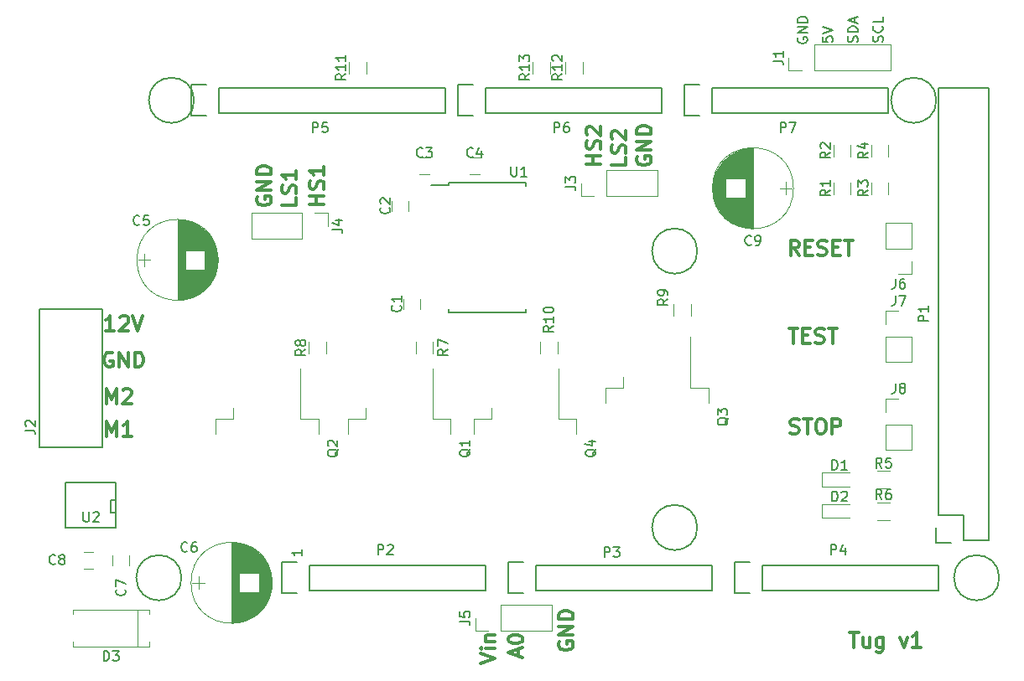
<source format=gbr>
G04 #@! TF.GenerationSoftware,KiCad,Pcbnew,(5.0.0-rc2-37-ga8db21319)*
G04 #@! TF.CreationDate,2018-05-29T02:54:05+01:00*
G04 #@! TF.ProjectId,tug,7475672E6B696361645F706362000000,rev?*
G04 #@! TF.SameCoordinates,Original*
G04 #@! TF.FileFunction,Legend,Top*
G04 #@! TF.FilePolarity,Positive*
%FSLAX46Y46*%
G04 Gerber Fmt 4.6, Leading zero omitted, Abs format (unit mm)*
G04 Created by KiCad (PCBNEW (5.0.0-rc2-37-ga8db21319)) date Tue May 29 02:54:05 2018*
%MOMM*%
%LPD*%
G01*
G04 APERTURE LIST*
%ADD10C,0.127000*%
%ADD11C,0.300000*%
%ADD12C,0.150000*%
%ADD13C,0.120000*%
G04 APERTURE END LIST*
D10*
X190403238Y-64963523D02*
X190451619Y-64818380D01*
X190451619Y-64576476D01*
X190403238Y-64479714D01*
X190354857Y-64431333D01*
X190258095Y-64382952D01*
X190161333Y-64382952D01*
X190064571Y-64431333D01*
X190016190Y-64479714D01*
X189967809Y-64576476D01*
X189919428Y-64770000D01*
X189871047Y-64866761D01*
X189822666Y-64915142D01*
X189725904Y-64963523D01*
X189629142Y-64963523D01*
X189532380Y-64915142D01*
X189484000Y-64866761D01*
X189435619Y-64770000D01*
X189435619Y-64528095D01*
X189484000Y-64382952D01*
X190354857Y-63366952D02*
X190403238Y-63415333D01*
X190451619Y-63560476D01*
X190451619Y-63657238D01*
X190403238Y-63802380D01*
X190306476Y-63899142D01*
X190209714Y-63947523D01*
X190016190Y-63995904D01*
X189871047Y-63995904D01*
X189677523Y-63947523D01*
X189580761Y-63899142D01*
X189484000Y-63802380D01*
X189435619Y-63657238D01*
X189435619Y-63560476D01*
X189484000Y-63415333D01*
X189532380Y-63366952D01*
X190451619Y-62447714D02*
X190451619Y-62931523D01*
X189435619Y-62931523D01*
X187863238Y-64987714D02*
X187911619Y-64842571D01*
X187911619Y-64600666D01*
X187863238Y-64503904D01*
X187814857Y-64455523D01*
X187718095Y-64407142D01*
X187621333Y-64407142D01*
X187524571Y-64455523D01*
X187476190Y-64503904D01*
X187427809Y-64600666D01*
X187379428Y-64794190D01*
X187331047Y-64890952D01*
X187282666Y-64939333D01*
X187185904Y-64987714D01*
X187089142Y-64987714D01*
X186992380Y-64939333D01*
X186944000Y-64890952D01*
X186895619Y-64794190D01*
X186895619Y-64552285D01*
X186944000Y-64407142D01*
X187911619Y-63971714D02*
X186895619Y-63971714D01*
X186895619Y-63729809D01*
X186944000Y-63584666D01*
X187040761Y-63487904D01*
X187137523Y-63439523D01*
X187331047Y-63391142D01*
X187476190Y-63391142D01*
X187669714Y-63439523D01*
X187766476Y-63487904D01*
X187863238Y-63584666D01*
X187911619Y-63729809D01*
X187911619Y-63971714D01*
X187621333Y-63004095D02*
X187621333Y-62520285D01*
X187911619Y-63100857D02*
X186895619Y-62762190D01*
X187911619Y-62423523D01*
X184355619Y-64455523D02*
X184355619Y-64939333D01*
X184839428Y-64987714D01*
X184791047Y-64939333D01*
X184742666Y-64842571D01*
X184742666Y-64600666D01*
X184791047Y-64503904D01*
X184839428Y-64455523D01*
X184936190Y-64407142D01*
X185178095Y-64407142D01*
X185274857Y-64455523D01*
X185323238Y-64503904D01*
X185371619Y-64600666D01*
X185371619Y-64842571D01*
X185323238Y-64939333D01*
X185274857Y-64987714D01*
X184355619Y-64116857D02*
X185371619Y-63778190D01*
X184355619Y-63439523D01*
X181864000Y-64528095D02*
X181815619Y-64624857D01*
X181815619Y-64770000D01*
X181864000Y-64915142D01*
X181960761Y-65011904D01*
X182057523Y-65060285D01*
X182251047Y-65108666D01*
X182396190Y-65108666D01*
X182589714Y-65060285D01*
X182686476Y-65011904D01*
X182783238Y-64915142D01*
X182831619Y-64770000D01*
X182831619Y-64673238D01*
X182783238Y-64528095D01*
X182734857Y-64479714D01*
X182396190Y-64479714D01*
X182396190Y-64673238D01*
X182831619Y-64044285D02*
X181815619Y-64044285D01*
X182831619Y-63463714D01*
X181815619Y-63463714D01*
X182831619Y-62979904D02*
X181815619Y-62979904D01*
X181815619Y-62738000D01*
X181864000Y-62592857D01*
X181960761Y-62496095D01*
X182057523Y-62447714D01*
X182251047Y-62399333D01*
X182396190Y-62399333D01*
X182589714Y-62447714D01*
X182686476Y-62496095D01*
X182783238Y-62592857D01*
X182831619Y-62738000D01*
X182831619Y-62979904D01*
D11*
X187111142Y-124654571D02*
X187968285Y-124654571D01*
X187539714Y-126154571D02*
X187539714Y-124654571D01*
X189111142Y-125154571D02*
X189111142Y-126154571D01*
X188468285Y-125154571D02*
X188468285Y-125940285D01*
X188539714Y-126083142D01*
X188682571Y-126154571D01*
X188896857Y-126154571D01*
X189039714Y-126083142D01*
X189111142Y-126011714D01*
X190468285Y-125154571D02*
X190468285Y-126368857D01*
X190396857Y-126511714D01*
X190325428Y-126583142D01*
X190182571Y-126654571D01*
X189968285Y-126654571D01*
X189825428Y-126583142D01*
X190468285Y-126083142D02*
X190325428Y-126154571D01*
X190039714Y-126154571D01*
X189896857Y-126083142D01*
X189825428Y-126011714D01*
X189754000Y-125868857D01*
X189754000Y-125440285D01*
X189825428Y-125297428D01*
X189896857Y-125226000D01*
X190039714Y-125154571D01*
X190325428Y-125154571D01*
X190468285Y-125226000D01*
X192182571Y-125154571D02*
X192539714Y-126154571D01*
X192896857Y-125154571D01*
X194254000Y-126154571D02*
X193396857Y-126154571D01*
X193825428Y-126154571D02*
X193825428Y-124654571D01*
X193682571Y-124868857D01*
X193539714Y-125011714D01*
X193396857Y-125083142D01*
X181106285Y-104493142D02*
X181320571Y-104564571D01*
X181677714Y-104564571D01*
X181820571Y-104493142D01*
X181892000Y-104421714D01*
X181963428Y-104278857D01*
X181963428Y-104136000D01*
X181892000Y-103993142D01*
X181820571Y-103921714D01*
X181677714Y-103850285D01*
X181392000Y-103778857D01*
X181249142Y-103707428D01*
X181177714Y-103636000D01*
X181106285Y-103493142D01*
X181106285Y-103350285D01*
X181177714Y-103207428D01*
X181249142Y-103136000D01*
X181392000Y-103064571D01*
X181749142Y-103064571D01*
X181963428Y-103136000D01*
X182392000Y-103064571D02*
X183249142Y-103064571D01*
X182820571Y-104564571D02*
X182820571Y-103064571D01*
X184034857Y-103064571D02*
X184320571Y-103064571D01*
X184463428Y-103136000D01*
X184606285Y-103278857D01*
X184677714Y-103564571D01*
X184677714Y-104064571D01*
X184606285Y-104350285D01*
X184463428Y-104493142D01*
X184320571Y-104564571D01*
X184034857Y-104564571D01*
X183892000Y-104493142D01*
X183749142Y-104350285D01*
X183677714Y-104064571D01*
X183677714Y-103564571D01*
X183749142Y-103278857D01*
X183892000Y-103136000D01*
X184034857Y-103064571D01*
X185320571Y-104564571D02*
X185320571Y-103064571D01*
X185892000Y-103064571D01*
X186034857Y-103136000D01*
X186106285Y-103207428D01*
X186177714Y-103350285D01*
X186177714Y-103564571D01*
X186106285Y-103707428D01*
X186034857Y-103778857D01*
X185892000Y-103850285D01*
X185320571Y-103850285D01*
X180995142Y-93920571D02*
X181852285Y-93920571D01*
X181423714Y-95420571D02*
X181423714Y-93920571D01*
X182352285Y-94634857D02*
X182852285Y-94634857D01*
X183066571Y-95420571D02*
X182352285Y-95420571D01*
X182352285Y-93920571D01*
X183066571Y-93920571D01*
X183638000Y-95349142D02*
X183852285Y-95420571D01*
X184209428Y-95420571D01*
X184352285Y-95349142D01*
X184423714Y-95277714D01*
X184495142Y-95134857D01*
X184495142Y-94992000D01*
X184423714Y-94849142D01*
X184352285Y-94777714D01*
X184209428Y-94706285D01*
X183923714Y-94634857D01*
X183780857Y-94563428D01*
X183709428Y-94492000D01*
X183638000Y-94349142D01*
X183638000Y-94206285D01*
X183709428Y-94063428D01*
X183780857Y-93992000D01*
X183923714Y-93920571D01*
X184280857Y-93920571D01*
X184495142Y-93992000D01*
X184923714Y-93920571D02*
X185780857Y-93920571D01*
X185352285Y-95420571D02*
X185352285Y-93920571D01*
X181971428Y-86530571D02*
X181471428Y-85816285D01*
X181114285Y-86530571D02*
X181114285Y-85030571D01*
X181685714Y-85030571D01*
X181828571Y-85102000D01*
X181900000Y-85173428D01*
X181971428Y-85316285D01*
X181971428Y-85530571D01*
X181900000Y-85673428D01*
X181828571Y-85744857D01*
X181685714Y-85816285D01*
X181114285Y-85816285D01*
X182614285Y-85744857D02*
X183114285Y-85744857D01*
X183328571Y-86530571D02*
X182614285Y-86530571D01*
X182614285Y-85030571D01*
X183328571Y-85030571D01*
X183900000Y-86459142D02*
X184114285Y-86530571D01*
X184471428Y-86530571D01*
X184614285Y-86459142D01*
X184685714Y-86387714D01*
X184757142Y-86244857D01*
X184757142Y-86102000D01*
X184685714Y-85959142D01*
X184614285Y-85887714D01*
X184471428Y-85816285D01*
X184185714Y-85744857D01*
X184042857Y-85673428D01*
X183971428Y-85602000D01*
X183900000Y-85459142D01*
X183900000Y-85316285D01*
X183971428Y-85173428D01*
X184042857Y-85102000D01*
X184185714Y-85030571D01*
X184542857Y-85030571D01*
X184757142Y-85102000D01*
X185400000Y-85744857D02*
X185900000Y-85744857D01*
X186114285Y-86530571D02*
X185400000Y-86530571D01*
X185400000Y-85030571D01*
X186114285Y-85030571D01*
X186542857Y-85030571D02*
X187400000Y-85030571D01*
X186971428Y-86530571D02*
X186971428Y-85030571D01*
X157746000Y-125602857D02*
X157674571Y-125745714D01*
X157674571Y-125960000D01*
X157746000Y-126174285D01*
X157888857Y-126317142D01*
X158031714Y-126388571D01*
X158317428Y-126460000D01*
X158531714Y-126460000D01*
X158817428Y-126388571D01*
X158960285Y-126317142D01*
X159103142Y-126174285D01*
X159174571Y-125960000D01*
X159174571Y-125817142D01*
X159103142Y-125602857D01*
X159031714Y-125531428D01*
X158531714Y-125531428D01*
X158531714Y-125817142D01*
X159174571Y-124888571D02*
X157674571Y-124888571D01*
X159174571Y-124031428D01*
X157674571Y-124031428D01*
X159174571Y-123317142D02*
X157674571Y-123317142D01*
X157674571Y-122960000D01*
X157746000Y-122745714D01*
X157888857Y-122602857D01*
X158031714Y-122531428D01*
X158317428Y-122460000D01*
X158531714Y-122460000D01*
X158817428Y-122531428D01*
X158960285Y-122602857D01*
X159103142Y-122745714D01*
X159174571Y-122960000D01*
X159174571Y-123317142D01*
X153666000Y-127055428D02*
X153666000Y-126341142D01*
X154094571Y-127198285D02*
X152594571Y-126698285D01*
X154094571Y-126198285D01*
X152594571Y-125412571D02*
X152594571Y-125269714D01*
X152666000Y-125126857D01*
X152737428Y-125055428D01*
X152880285Y-124984000D01*
X153166000Y-124912571D01*
X153523142Y-124912571D01*
X153808857Y-124984000D01*
X153951714Y-125055428D01*
X154023142Y-125126857D01*
X154094571Y-125269714D01*
X154094571Y-125412571D01*
X154023142Y-125555428D01*
X153951714Y-125626857D01*
X153808857Y-125698285D01*
X153523142Y-125769714D01*
X153166000Y-125769714D01*
X152880285Y-125698285D01*
X152737428Y-125626857D01*
X152666000Y-125555428D01*
X152594571Y-125412571D01*
X149800571Y-127773714D02*
X151300571Y-127273714D01*
X149800571Y-126773714D01*
X151300571Y-126273714D02*
X150300571Y-126273714D01*
X149800571Y-126273714D02*
X149872000Y-126345142D01*
X149943428Y-126273714D01*
X149872000Y-126202285D01*
X149800571Y-126273714D01*
X149943428Y-126273714D01*
X150300571Y-125559428D02*
X151300571Y-125559428D01*
X150443428Y-125559428D02*
X150372000Y-125488000D01*
X150300571Y-125345142D01*
X150300571Y-125130857D01*
X150372000Y-124988000D01*
X150514857Y-124916571D01*
X151300571Y-124916571D01*
X165620000Y-76580857D02*
X165548571Y-76723714D01*
X165548571Y-76938000D01*
X165620000Y-77152285D01*
X165762857Y-77295142D01*
X165905714Y-77366571D01*
X166191428Y-77438000D01*
X166405714Y-77438000D01*
X166691428Y-77366571D01*
X166834285Y-77295142D01*
X166977142Y-77152285D01*
X167048571Y-76938000D01*
X167048571Y-76795142D01*
X166977142Y-76580857D01*
X166905714Y-76509428D01*
X166405714Y-76509428D01*
X166405714Y-76795142D01*
X167048571Y-75866571D02*
X165548571Y-75866571D01*
X167048571Y-75009428D01*
X165548571Y-75009428D01*
X167048571Y-74295142D02*
X165548571Y-74295142D01*
X165548571Y-73938000D01*
X165620000Y-73723714D01*
X165762857Y-73580857D01*
X165905714Y-73509428D01*
X166191428Y-73438000D01*
X166405714Y-73438000D01*
X166691428Y-73509428D01*
X166834285Y-73580857D01*
X166977142Y-73723714D01*
X167048571Y-73938000D01*
X167048571Y-74295142D01*
X164508571Y-76656285D02*
X164508571Y-77370571D01*
X163008571Y-77370571D01*
X164437142Y-76227714D02*
X164508571Y-76013428D01*
X164508571Y-75656285D01*
X164437142Y-75513428D01*
X164365714Y-75442000D01*
X164222857Y-75370571D01*
X164080000Y-75370571D01*
X163937142Y-75442000D01*
X163865714Y-75513428D01*
X163794285Y-75656285D01*
X163722857Y-75942000D01*
X163651428Y-76084857D01*
X163580000Y-76156285D01*
X163437142Y-76227714D01*
X163294285Y-76227714D01*
X163151428Y-76156285D01*
X163080000Y-76084857D01*
X163008571Y-75942000D01*
X163008571Y-75584857D01*
X163080000Y-75370571D01*
X163151428Y-74799142D02*
X163080000Y-74727714D01*
X163008571Y-74584857D01*
X163008571Y-74227714D01*
X163080000Y-74084857D01*
X163151428Y-74013428D01*
X163294285Y-73942000D01*
X163437142Y-73942000D01*
X163651428Y-74013428D01*
X164508571Y-74870571D01*
X164508571Y-73942000D01*
X161968571Y-77295142D02*
X160468571Y-77295142D01*
X161182857Y-77295142D02*
X161182857Y-76438000D01*
X161968571Y-76438000D02*
X160468571Y-76438000D01*
X161897142Y-75795142D02*
X161968571Y-75580857D01*
X161968571Y-75223714D01*
X161897142Y-75080857D01*
X161825714Y-75009428D01*
X161682857Y-74938000D01*
X161540000Y-74938000D01*
X161397142Y-75009428D01*
X161325714Y-75080857D01*
X161254285Y-75223714D01*
X161182857Y-75509428D01*
X161111428Y-75652285D01*
X161040000Y-75723714D01*
X160897142Y-75795142D01*
X160754285Y-75795142D01*
X160611428Y-75723714D01*
X160540000Y-75652285D01*
X160468571Y-75509428D01*
X160468571Y-75152285D01*
X160540000Y-74938000D01*
X160611428Y-74366571D02*
X160540000Y-74295142D01*
X160468571Y-74152285D01*
X160468571Y-73795142D01*
X160540000Y-73652285D01*
X160611428Y-73580857D01*
X160754285Y-73509428D01*
X160897142Y-73509428D01*
X161111428Y-73580857D01*
X161968571Y-74438000D01*
X161968571Y-73509428D01*
X127266000Y-80644857D02*
X127194571Y-80787714D01*
X127194571Y-81002000D01*
X127266000Y-81216285D01*
X127408857Y-81359142D01*
X127551714Y-81430571D01*
X127837428Y-81502000D01*
X128051714Y-81502000D01*
X128337428Y-81430571D01*
X128480285Y-81359142D01*
X128623142Y-81216285D01*
X128694571Y-81002000D01*
X128694571Y-80859142D01*
X128623142Y-80644857D01*
X128551714Y-80573428D01*
X128051714Y-80573428D01*
X128051714Y-80859142D01*
X128694571Y-79930571D02*
X127194571Y-79930571D01*
X128694571Y-79073428D01*
X127194571Y-79073428D01*
X128694571Y-78359142D02*
X127194571Y-78359142D01*
X127194571Y-78002000D01*
X127266000Y-77787714D01*
X127408857Y-77644857D01*
X127551714Y-77573428D01*
X127837428Y-77502000D01*
X128051714Y-77502000D01*
X128337428Y-77573428D01*
X128480285Y-77644857D01*
X128623142Y-77787714D01*
X128694571Y-78002000D01*
X128694571Y-78359142D01*
X131234571Y-80720285D02*
X131234571Y-81434571D01*
X129734571Y-81434571D01*
X131163142Y-80291714D02*
X131234571Y-80077428D01*
X131234571Y-79720285D01*
X131163142Y-79577428D01*
X131091714Y-79506000D01*
X130948857Y-79434571D01*
X130806000Y-79434571D01*
X130663142Y-79506000D01*
X130591714Y-79577428D01*
X130520285Y-79720285D01*
X130448857Y-80006000D01*
X130377428Y-80148857D01*
X130306000Y-80220285D01*
X130163142Y-80291714D01*
X130020285Y-80291714D01*
X129877428Y-80220285D01*
X129806000Y-80148857D01*
X129734571Y-80006000D01*
X129734571Y-79648857D01*
X129806000Y-79434571D01*
X131234571Y-78006000D02*
X131234571Y-78863142D01*
X131234571Y-78434571D02*
X129734571Y-78434571D01*
X129948857Y-78577428D01*
X130091714Y-78720285D01*
X130163142Y-78863142D01*
X134028571Y-81359142D02*
X132528571Y-81359142D01*
X133242857Y-81359142D02*
X133242857Y-80502000D01*
X134028571Y-80502000D02*
X132528571Y-80502000D01*
X133957142Y-79859142D02*
X134028571Y-79644857D01*
X134028571Y-79287714D01*
X133957142Y-79144857D01*
X133885714Y-79073428D01*
X133742857Y-79002000D01*
X133600000Y-79002000D01*
X133457142Y-79073428D01*
X133385714Y-79144857D01*
X133314285Y-79287714D01*
X133242857Y-79573428D01*
X133171428Y-79716285D01*
X133100000Y-79787714D01*
X132957142Y-79859142D01*
X132814285Y-79859142D01*
X132671428Y-79787714D01*
X132600000Y-79716285D01*
X132528571Y-79573428D01*
X132528571Y-79216285D01*
X132600000Y-79002000D01*
X134028571Y-77573428D02*
X134028571Y-78430571D01*
X134028571Y-78002000D02*
X132528571Y-78002000D01*
X132742857Y-78144857D01*
X132885714Y-78287714D01*
X132957142Y-78430571D01*
X112069714Y-104818571D02*
X112069714Y-103318571D01*
X112569714Y-104390000D01*
X113069714Y-103318571D01*
X113069714Y-104818571D01*
X114569714Y-104818571D02*
X113712571Y-104818571D01*
X114141142Y-104818571D02*
X114141142Y-103318571D01*
X113998285Y-103532857D01*
X113855428Y-103675714D01*
X113712571Y-103747142D01*
X112069714Y-101516571D02*
X112069714Y-100016571D01*
X112569714Y-101088000D01*
X113069714Y-100016571D01*
X113069714Y-101516571D01*
X113712571Y-100159428D02*
X113784000Y-100088000D01*
X113926857Y-100016571D01*
X114284000Y-100016571D01*
X114426857Y-100088000D01*
X114498285Y-100159428D01*
X114569714Y-100302285D01*
X114569714Y-100445142D01*
X114498285Y-100659428D01*
X113641142Y-101516571D01*
X114569714Y-101516571D01*
X112649142Y-96405000D02*
X112506285Y-96333571D01*
X112292000Y-96333571D01*
X112077714Y-96405000D01*
X111934857Y-96547857D01*
X111863428Y-96690714D01*
X111792000Y-96976428D01*
X111792000Y-97190714D01*
X111863428Y-97476428D01*
X111934857Y-97619285D01*
X112077714Y-97762142D01*
X112292000Y-97833571D01*
X112434857Y-97833571D01*
X112649142Y-97762142D01*
X112720571Y-97690714D01*
X112720571Y-97190714D01*
X112434857Y-97190714D01*
X113363428Y-97833571D02*
X113363428Y-96333571D01*
X114220571Y-97833571D01*
X114220571Y-96333571D01*
X114934857Y-97833571D02*
X114934857Y-96333571D01*
X115292000Y-96333571D01*
X115506285Y-96405000D01*
X115649142Y-96547857D01*
X115720571Y-96690714D01*
X115792000Y-96976428D01*
X115792000Y-97190714D01*
X115720571Y-97476428D01*
X115649142Y-97619285D01*
X115506285Y-97762142D01*
X115292000Y-97833571D01*
X114934857Y-97833571D01*
X112863428Y-94150571D02*
X112006285Y-94150571D01*
X112434857Y-94150571D02*
X112434857Y-92650571D01*
X112292000Y-92864857D01*
X112149142Y-93007714D01*
X112006285Y-93079142D01*
X113434857Y-92793428D02*
X113506285Y-92722000D01*
X113649142Y-92650571D01*
X114006285Y-92650571D01*
X114149142Y-92722000D01*
X114220571Y-92793428D01*
X114292000Y-92936285D01*
X114292000Y-93079142D01*
X114220571Y-93293428D01*
X113363428Y-94150571D01*
X114292000Y-94150571D01*
X114720571Y-92650571D02*
X115220571Y-94150571D01*
X115720571Y-92650571D01*
D12*
X131770380Y-116300285D02*
X131770380Y-116871714D01*
X131770380Y-116586000D02*
X130770380Y-116586000D01*
X130913238Y-116681238D01*
X131008476Y-116776476D01*
X131056095Y-116871714D01*
G04 #@! TO.C,U2*
X113030000Y-114046000D02*
X107950000Y-114046000D01*
X107950000Y-114046000D02*
X107950000Y-109474000D01*
X107950000Y-109474000D02*
X113030000Y-109474000D01*
X113030000Y-109474000D02*
X113030000Y-114046000D01*
X113030000Y-112522000D02*
X112522000Y-112522000D01*
X112522000Y-112522000D02*
X112522000Y-111252000D01*
X112522000Y-111252000D02*
X113030000Y-111252000D01*
G04 #@! TO.C,P1*
X201168000Y-115316000D02*
X201168000Y-69596000D01*
X196088000Y-69596000D02*
X196088000Y-112776000D01*
X201168000Y-69596000D02*
X196088000Y-69596000D01*
X201168000Y-115316000D02*
X198628000Y-115316000D01*
X195808000Y-114046000D02*
X195808000Y-115596000D01*
X198628000Y-115316000D02*
X198628000Y-112776000D01*
X198628000Y-112776000D02*
X196088000Y-112776000D01*
X195808000Y-115596000D02*
X197358000Y-115596000D01*
G04 #@! TO.C,P2*
X132588000Y-120396000D02*
X150368000Y-120396000D01*
X150368000Y-120396000D02*
X150368000Y-117856000D01*
X150368000Y-117856000D02*
X132588000Y-117856000D01*
X129768000Y-120676000D02*
X131318000Y-120676000D01*
X132588000Y-120396000D02*
X132588000Y-117856000D01*
X131318000Y-117576000D02*
X129768000Y-117576000D01*
X129768000Y-117576000D02*
X129768000Y-120676000D01*
G04 #@! TO.C,P3*
X155448000Y-120396000D02*
X173228000Y-120396000D01*
X173228000Y-120396000D02*
X173228000Y-117856000D01*
X173228000Y-117856000D02*
X155448000Y-117856000D01*
X152628000Y-120676000D02*
X154178000Y-120676000D01*
X155448000Y-120396000D02*
X155448000Y-117856000D01*
X154178000Y-117576000D02*
X152628000Y-117576000D01*
X152628000Y-117576000D02*
X152628000Y-120676000D01*
G04 #@! TO.C,P4*
X178308000Y-120396000D02*
X196088000Y-120396000D01*
X196088000Y-120396000D02*
X196088000Y-117856000D01*
X196088000Y-117856000D02*
X178308000Y-117856000D01*
X175488000Y-120676000D02*
X177038000Y-120676000D01*
X178308000Y-120396000D02*
X178308000Y-117856000D01*
X177038000Y-117576000D02*
X175488000Y-117576000D01*
X175488000Y-117576000D02*
X175488000Y-120676000D01*
G04 #@! TO.C,P5*
X123444000Y-72136000D02*
X146304000Y-72136000D01*
X146304000Y-72136000D02*
X146304000Y-69596000D01*
X146304000Y-69596000D02*
X123444000Y-69596000D01*
X120624000Y-72416000D02*
X122174000Y-72416000D01*
X123444000Y-72136000D02*
X123444000Y-69596000D01*
X122174000Y-69316000D02*
X120624000Y-69316000D01*
X120624000Y-69316000D02*
X120624000Y-72416000D01*
G04 #@! TO.C,P6*
X150368000Y-72136000D02*
X168148000Y-72136000D01*
X168148000Y-72136000D02*
X168148000Y-69596000D01*
X168148000Y-69596000D02*
X150368000Y-69596000D01*
X147548000Y-72416000D02*
X149098000Y-72416000D01*
X150368000Y-72136000D02*
X150368000Y-69596000D01*
X149098000Y-69316000D02*
X147548000Y-69316000D01*
X147548000Y-69316000D02*
X147548000Y-72416000D01*
G04 #@! TO.C,P7*
X173228000Y-72136000D02*
X191008000Y-72136000D01*
X191008000Y-72136000D02*
X191008000Y-69596000D01*
X191008000Y-69596000D02*
X173228000Y-69596000D01*
X170408000Y-72416000D02*
X171958000Y-72416000D01*
X173228000Y-72136000D02*
X173228000Y-69596000D01*
X171958000Y-69316000D02*
X170408000Y-69316000D01*
X170408000Y-69316000D02*
X170408000Y-72416000D01*
G04 #@! TO.C,P8*
X119634000Y-119126000D02*
G75*
G03X119634000Y-119126000I-2286000J0D01*
G01*
G04 #@! TO.C,P9*
X171704000Y-114046000D02*
G75*
G03X171704000Y-114046000I-2286000J0D01*
G01*
G04 #@! TO.C,P10*
X202184000Y-119126000D02*
G75*
G03X202184000Y-119126000I-2286000J0D01*
G01*
G04 #@! TO.C,P11*
X120904000Y-70866000D02*
G75*
G03X120904000Y-70866000I-2286000J0D01*
G01*
G04 #@! TO.C,P12*
X171704000Y-86106000D02*
G75*
G03X171704000Y-86106000I-2286000J0D01*
G01*
G04 #@! TO.C,P13*
X195834000Y-70866000D02*
G75*
G03X195834000Y-70866000I-2286000J0D01*
G01*
D13*
G04 #@! TO.C,C1*
X143725000Y-91940000D02*
X143725000Y-90940000D01*
X142025000Y-90940000D02*
X142025000Y-91940000D01*
G04 #@! TO.C,C2*
X140882000Y-81034000D02*
X140882000Y-82034000D01*
X142582000Y-82034000D02*
X142582000Y-81034000D01*
G04 #@! TO.C,C3*
X143645000Y-78320000D02*
X144645000Y-78320000D01*
X144645000Y-76620000D02*
X143645000Y-76620000D01*
G04 #@! TO.C,C4*
X149725000Y-76620000D02*
X148725000Y-76620000D01*
X148725000Y-78320000D02*
X149725000Y-78320000D01*
G04 #@! TO.C,C5*
X115875000Y-86345000D02*
X115875000Y-87645000D01*
X115275000Y-86995000D02*
X116475000Y-86995000D01*
X123306000Y-86749000D02*
X123306000Y-87241000D01*
X123266000Y-86397000D02*
X123266000Y-87593000D01*
X123226000Y-86181000D02*
X123226000Y-87809000D01*
X123186000Y-86012000D02*
X123186000Y-87978000D01*
X123146000Y-85868000D02*
X123146000Y-88122000D01*
X123106000Y-85741000D02*
X123106000Y-88249000D01*
X123066000Y-85626000D02*
X123066000Y-88364000D01*
X123026000Y-85522000D02*
X123026000Y-88468000D01*
X122986000Y-85425000D02*
X122986000Y-88565000D01*
X122946000Y-85335000D02*
X122946000Y-88655000D01*
X122906000Y-85250000D02*
X122906000Y-88740000D01*
X122866000Y-85169000D02*
X122866000Y-88821000D01*
X122826000Y-85093000D02*
X122826000Y-88897000D01*
X122786000Y-85021000D02*
X122786000Y-88969000D01*
X122746000Y-84952000D02*
X122746000Y-89038000D01*
X122706000Y-84886000D02*
X122706000Y-89104000D01*
X122666000Y-84822000D02*
X122666000Y-89168000D01*
X122626000Y-84761000D02*
X122626000Y-89229000D01*
X122586000Y-84702000D02*
X122586000Y-89288000D01*
X122546000Y-84646000D02*
X122546000Y-89344000D01*
X122506000Y-84591000D02*
X122506000Y-89399000D01*
X122466000Y-84538000D02*
X122466000Y-89452000D01*
X122426000Y-84487000D02*
X122426000Y-89503000D01*
X122386000Y-84438000D02*
X122386000Y-89552000D01*
X122346000Y-84390000D02*
X122346000Y-89600000D01*
X122306000Y-84343000D02*
X122306000Y-89647000D01*
X122266000Y-84298000D02*
X122266000Y-89692000D01*
X122226000Y-84255000D02*
X122226000Y-89735000D01*
X122186000Y-84212000D02*
X122186000Y-89778000D01*
X122146000Y-84171000D02*
X122146000Y-89819000D01*
X122106000Y-84130000D02*
X122106000Y-89860000D01*
X122066000Y-84091000D02*
X122066000Y-89899000D01*
X122026000Y-84053000D02*
X122026000Y-89937000D01*
X121986000Y-84016000D02*
X121986000Y-89974000D01*
X121946000Y-87975000D02*
X121946000Y-90010000D01*
X121946000Y-83980000D02*
X121946000Y-86015000D01*
X121906000Y-87975000D02*
X121906000Y-90045000D01*
X121906000Y-83945000D02*
X121906000Y-86015000D01*
X121866000Y-87975000D02*
X121866000Y-90079000D01*
X121866000Y-83911000D02*
X121866000Y-86015000D01*
X121826000Y-87975000D02*
X121826000Y-90113000D01*
X121826000Y-83877000D02*
X121826000Y-86015000D01*
X121786000Y-87975000D02*
X121786000Y-90145000D01*
X121786000Y-83845000D02*
X121786000Y-86015000D01*
X121746000Y-87975000D02*
X121746000Y-90177000D01*
X121746000Y-83813000D02*
X121746000Y-86015000D01*
X121706000Y-87975000D02*
X121706000Y-90208000D01*
X121706000Y-83782000D02*
X121706000Y-86015000D01*
X121666000Y-87975000D02*
X121666000Y-90238000D01*
X121666000Y-83752000D02*
X121666000Y-86015000D01*
X121626000Y-87975000D02*
X121626000Y-90267000D01*
X121626000Y-83723000D02*
X121626000Y-86015000D01*
X121586000Y-87975000D02*
X121586000Y-90296000D01*
X121586000Y-83694000D02*
X121586000Y-86015000D01*
X121546000Y-87975000D02*
X121546000Y-90324000D01*
X121546000Y-83666000D02*
X121546000Y-86015000D01*
X121506000Y-87975000D02*
X121506000Y-90351000D01*
X121506000Y-83639000D02*
X121506000Y-86015000D01*
X121466000Y-87975000D02*
X121466000Y-90378000D01*
X121466000Y-83612000D02*
X121466000Y-86015000D01*
X121426000Y-87975000D02*
X121426000Y-90403000D01*
X121426000Y-83587000D02*
X121426000Y-86015000D01*
X121386000Y-87975000D02*
X121386000Y-90429000D01*
X121386000Y-83561000D02*
X121386000Y-86015000D01*
X121346000Y-87975000D02*
X121346000Y-90453000D01*
X121346000Y-83537000D02*
X121346000Y-86015000D01*
X121306000Y-87975000D02*
X121306000Y-90477000D01*
X121306000Y-83513000D02*
X121306000Y-86015000D01*
X121266000Y-87975000D02*
X121266000Y-90500000D01*
X121266000Y-83490000D02*
X121266000Y-86015000D01*
X121226000Y-87975000D02*
X121226000Y-90523000D01*
X121226000Y-83467000D02*
X121226000Y-86015000D01*
X121186000Y-87975000D02*
X121186000Y-90545000D01*
X121186000Y-83445000D02*
X121186000Y-86015000D01*
X121146000Y-87975000D02*
X121146000Y-90567000D01*
X121146000Y-83423000D02*
X121146000Y-86015000D01*
X121106000Y-87975000D02*
X121106000Y-90588000D01*
X121106000Y-83402000D02*
X121106000Y-86015000D01*
X121066000Y-87975000D02*
X121066000Y-90608000D01*
X121066000Y-83382000D02*
X121066000Y-86015000D01*
X121026000Y-87975000D02*
X121026000Y-90628000D01*
X121026000Y-83362000D02*
X121026000Y-86015000D01*
X120986000Y-87975000D02*
X120986000Y-90647000D01*
X120986000Y-83343000D02*
X120986000Y-86015000D01*
X120946000Y-87975000D02*
X120946000Y-90666000D01*
X120946000Y-83324000D02*
X120946000Y-86015000D01*
X120906000Y-87975000D02*
X120906000Y-90685000D01*
X120906000Y-83305000D02*
X120906000Y-86015000D01*
X120866000Y-87975000D02*
X120866000Y-90702000D01*
X120866000Y-83288000D02*
X120866000Y-86015000D01*
X120826000Y-87975000D02*
X120826000Y-90720000D01*
X120826000Y-83270000D02*
X120826000Y-86015000D01*
X120786000Y-87975000D02*
X120786000Y-90736000D01*
X120786000Y-83254000D02*
X120786000Y-86015000D01*
X120746000Y-87975000D02*
X120746000Y-90753000D01*
X120746000Y-83237000D02*
X120746000Y-86015000D01*
X120706000Y-87975000D02*
X120706000Y-90768000D01*
X120706000Y-83222000D02*
X120706000Y-86015000D01*
X120666000Y-87975000D02*
X120666000Y-90784000D01*
X120666000Y-83206000D02*
X120666000Y-86015000D01*
X120626000Y-87975000D02*
X120626000Y-90798000D01*
X120626000Y-83192000D02*
X120626000Y-86015000D01*
X120586000Y-87975000D02*
X120586000Y-90813000D01*
X120586000Y-83177000D02*
X120586000Y-86015000D01*
X120546000Y-87975000D02*
X120546000Y-90827000D01*
X120546000Y-83163000D02*
X120546000Y-86015000D01*
X120506000Y-87975000D02*
X120506000Y-90840000D01*
X120506000Y-83150000D02*
X120506000Y-86015000D01*
X120466000Y-87975000D02*
X120466000Y-90853000D01*
X120466000Y-83137000D02*
X120466000Y-86015000D01*
X120426000Y-87975000D02*
X120426000Y-90865000D01*
X120426000Y-83125000D02*
X120426000Y-86015000D01*
X120386000Y-87975000D02*
X120386000Y-90878000D01*
X120386000Y-83112000D02*
X120386000Y-86015000D01*
X120346000Y-87975000D02*
X120346000Y-90889000D01*
X120346000Y-83101000D02*
X120346000Y-86015000D01*
X120306000Y-87975000D02*
X120306000Y-90900000D01*
X120306000Y-83090000D02*
X120306000Y-86015000D01*
X120266000Y-87975000D02*
X120266000Y-90911000D01*
X120266000Y-83079000D02*
X120266000Y-86015000D01*
X120226000Y-87975000D02*
X120226000Y-90921000D01*
X120226000Y-83069000D02*
X120226000Y-86015000D01*
X120186000Y-87975000D02*
X120186000Y-90931000D01*
X120186000Y-83059000D02*
X120186000Y-86015000D01*
X120146000Y-87975000D02*
X120146000Y-90941000D01*
X120146000Y-83049000D02*
X120146000Y-86015000D01*
X120106000Y-87975000D02*
X120106000Y-90950000D01*
X120106000Y-83040000D02*
X120106000Y-86015000D01*
X120066000Y-87975000D02*
X120066000Y-90958000D01*
X120066000Y-83032000D02*
X120066000Y-86015000D01*
X120026000Y-87975000D02*
X120026000Y-90966000D01*
X120026000Y-83024000D02*
X120026000Y-86015000D01*
X119986000Y-83016000D02*
X119986000Y-90974000D01*
X119946000Y-83008000D02*
X119946000Y-90982000D01*
X119905000Y-83001000D02*
X119905000Y-90989000D01*
X119865000Y-82995000D02*
X119865000Y-90995000D01*
X119825000Y-82989000D02*
X119825000Y-91001000D01*
X119785000Y-82983000D02*
X119785000Y-91007000D01*
X119745000Y-82978000D02*
X119745000Y-91012000D01*
X119705000Y-82973000D02*
X119705000Y-91017000D01*
X119665000Y-82968000D02*
X119665000Y-91022000D01*
X119625000Y-82964000D02*
X119625000Y-91026000D01*
X119585000Y-82960000D02*
X119585000Y-91030000D01*
X119545000Y-82957000D02*
X119545000Y-91033000D01*
X119505000Y-82954000D02*
X119505000Y-91036000D01*
X119465000Y-82952000D02*
X119465000Y-91038000D01*
X119425000Y-82949000D02*
X119425000Y-91041000D01*
X119385000Y-82948000D02*
X119385000Y-91042000D01*
X119345000Y-82946000D02*
X119345000Y-91044000D01*
X119305000Y-82945000D02*
X119305000Y-91045000D01*
X119265000Y-82945000D02*
X119265000Y-91045000D01*
X119225000Y-82945000D02*
X119225000Y-91045000D01*
X123315000Y-86995000D02*
G75*
G03X123315000Y-86995000I-4090000J0D01*
G01*
G04 #@! TO.C,C6*
X128776000Y-119634000D02*
G75*
G03X128776000Y-119634000I-4090000J0D01*
G01*
X124686000Y-115584000D02*
X124686000Y-123684000D01*
X124726000Y-115584000D02*
X124726000Y-123684000D01*
X124766000Y-115584000D02*
X124766000Y-123684000D01*
X124806000Y-115585000D02*
X124806000Y-123683000D01*
X124846000Y-115587000D02*
X124846000Y-123681000D01*
X124886000Y-115588000D02*
X124886000Y-123680000D01*
X124926000Y-115591000D02*
X124926000Y-123677000D01*
X124966000Y-115593000D02*
X124966000Y-123675000D01*
X125006000Y-115596000D02*
X125006000Y-123672000D01*
X125046000Y-115599000D02*
X125046000Y-123669000D01*
X125086000Y-115603000D02*
X125086000Y-123665000D01*
X125126000Y-115607000D02*
X125126000Y-123661000D01*
X125166000Y-115612000D02*
X125166000Y-123656000D01*
X125206000Y-115617000D02*
X125206000Y-123651000D01*
X125246000Y-115622000D02*
X125246000Y-123646000D01*
X125286000Y-115628000D02*
X125286000Y-123640000D01*
X125326000Y-115634000D02*
X125326000Y-123634000D01*
X125366000Y-115640000D02*
X125366000Y-123628000D01*
X125407000Y-115647000D02*
X125407000Y-123621000D01*
X125447000Y-115655000D02*
X125447000Y-123613000D01*
X125487000Y-115663000D02*
X125487000Y-118654000D01*
X125487000Y-120614000D02*
X125487000Y-123605000D01*
X125527000Y-115671000D02*
X125527000Y-118654000D01*
X125527000Y-120614000D02*
X125527000Y-123597000D01*
X125567000Y-115679000D02*
X125567000Y-118654000D01*
X125567000Y-120614000D02*
X125567000Y-123589000D01*
X125607000Y-115688000D02*
X125607000Y-118654000D01*
X125607000Y-120614000D02*
X125607000Y-123580000D01*
X125647000Y-115698000D02*
X125647000Y-118654000D01*
X125647000Y-120614000D02*
X125647000Y-123570000D01*
X125687000Y-115708000D02*
X125687000Y-118654000D01*
X125687000Y-120614000D02*
X125687000Y-123560000D01*
X125727000Y-115718000D02*
X125727000Y-118654000D01*
X125727000Y-120614000D02*
X125727000Y-123550000D01*
X125767000Y-115729000D02*
X125767000Y-118654000D01*
X125767000Y-120614000D02*
X125767000Y-123539000D01*
X125807000Y-115740000D02*
X125807000Y-118654000D01*
X125807000Y-120614000D02*
X125807000Y-123528000D01*
X125847000Y-115751000D02*
X125847000Y-118654000D01*
X125847000Y-120614000D02*
X125847000Y-123517000D01*
X125887000Y-115764000D02*
X125887000Y-118654000D01*
X125887000Y-120614000D02*
X125887000Y-123504000D01*
X125927000Y-115776000D02*
X125927000Y-118654000D01*
X125927000Y-120614000D02*
X125927000Y-123492000D01*
X125967000Y-115789000D02*
X125967000Y-118654000D01*
X125967000Y-120614000D02*
X125967000Y-123479000D01*
X126007000Y-115802000D02*
X126007000Y-118654000D01*
X126007000Y-120614000D02*
X126007000Y-123466000D01*
X126047000Y-115816000D02*
X126047000Y-118654000D01*
X126047000Y-120614000D02*
X126047000Y-123452000D01*
X126087000Y-115831000D02*
X126087000Y-118654000D01*
X126087000Y-120614000D02*
X126087000Y-123437000D01*
X126127000Y-115845000D02*
X126127000Y-118654000D01*
X126127000Y-120614000D02*
X126127000Y-123423000D01*
X126167000Y-115861000D02*
X126167000Y-118654000D01*
X126167000Y-120614000D02*
X126167000Y-123407000D01*
X126207000Y-115876000D02*
X126207000Y-118654000D01*
X126207000Y-120614000D02*
X126207000Y-123392000D01*
X126247000Y-115893000D02*
X126247000Y-118654000D01*
X126247000Y-120614000D02*
X126247000Y-123375000D01*
X126287000Y-115909000D02*
X126287000Y-118654000D01*
X126287000Y-120614000D02*
X126287000Y-123359000D01*
X126327000Y-115927000D02*
X126327000Y-118654000D01*
X126327000Y-120614000D02*
X126327000Y-123341000D01*
X126367000Y-115944000D02*
X126367000Y-118654000D01*
X126367000Y-120614000D02*
X126367000Y-123324000D01*
X126407000Y-115963000D02*
X126407000Y-118654000D01*
X126407000Y-120614000D02*
X126407000Y-123305000D01*
X126447000Y-115982000D02*
X126447000Y-118654000D01*
X126447000Y-120614000D02*
X126447000Y-123286000D01*
X126487000Y-116001000D02*
X126487000Y-118654000D01*
X126487000Y-120614000D02*
X126487000Y-123267000D01*
X126527000Y-116021000D02*
X126527000Y-118654000D01*
X126527000Y-120614000D02*
X126527000Y-123247000D01*
X126567000Y-116041000D02*
X126567000Y-118654000D01*
X126567000Y-120614000D02*
X126567000Y-123227000D01*
X126607000Y-116062000D02*
X126607000Y-118654000D01*
X126607000Y-120614000D02*
X126607000Y-123206000D01*
X126647000Y-116084000D02*
X126647000Y-118654000D01*
X126647000Y-120614000D02*
X126647000Y-123184000D01*
X126687000Y-116106000D02*
X126687000Y-118654000D01*
X126687000Y-120614000D02*
X126687000Y-123162000D01*
X126727000Y-116129000D02*
X126727000Y-118654000D01*
X126727000Y-120614000D02*
X126727000Y-123139000D01*
X126767000Y-116152000D02*
X126767000Y-118654000D01*
X126767000Y-120614000D02*
X126767000Y-123116000D01*
X126807000Y-116176000D02*
X126807000Y-118654000D01*
X126807000Y-120614000D02*
X126807000Y-123092000D01*
X126847000Y-116200000D02*
X126847000Y-118654000D01*
X126847000Y-120614000D02*
X126847000Y-123068000D01*
X126887000Y-116226000D02*
X126887000Y-118654000D01*
X126887000Y-120614000D02*
X126887000Y-123042000D01*
X126927000Y-116251000D02*
X126927000Y-118654000D01*
X126927000Y-120614000D02*
X126927000Y-123017000D01*
X126967000Y-116278000D02*
X126967000Y-118654000D01*
X126967000Y-120614000D02*
X126967000Y-122990000D01*
X127007000Y-116305000D02*
X127007000Y-118654000D01*
X127007000Y-120614000D02*
X127007000Y-122963000D01*
X127047000Y-116333000D02*
X127047000Y-118654000D01*
X127047000Y-120614000D02*
X127047000Y-122935000D01*
X127087000Y-116362000D02*
X127087000Y-118654000D01*
X127087000Y-120614000D02*
X127087000Y-122906000D01*
X127127000Y-116391000D02*
X127127000Y-118654000D01*
X127127000Y-120614000D02*
X127127000Y-122877000D01*
X127167000Y-116421000D02*
X127167000Y-118654000D01*
X127167000Y-120614000D02*
X127167000Y-122847000D01*
X127207000Y-116452000D02*
X127207000Y-118654000D01*
X127207000Y-120614000D02*
X127207000Y-122816000D01*
X127247000Y-116484000D02*
X127247000Y-118654000D01*
X127247000Y-120614000D02*
X127247000Y-122784000D01*
X127287000Y-116516000D02*
X127287000Y-118654000D01*
X127287000Y-120614000D02*
X127287000Y-122752000D01*
X127327000Y-116550000D02*
X127327000Y-118654000D01*
X127327000Y-120614000D02*
X127327000Y-122718000D01*
X127367000Y-116584000D02*
X127367000Y-118654000D01*
X127367000Y-120614000D02*
X127367000Y-122684000D01*
X127407000Y-116619000D02*
X127407000Y-118654000D01*
X127407000Y-120614000D02*
X127407000Y-122649000D01*
X127447000Y-116655000D02*
X127447000Y-122613000D01*
X127487000Y-116692000D02*
X127487000Y-122576000D01*
X127527000Y-116730000D02*
X127527000Y-122538000D01*
X127567000Y-116769000D02*
X127567000Y-122499000D01*
X127607000Y-116810000D02*
X127607000Y-122458000D01*
X127647000Y-116851000D02*
X127647000Y-122417000D01*
X127687000Y-116894000D02*
X127687000Y-122374000D01*
X127727000Y-116937000D02*
X127727000Y-122331000D01*
X127767000Y-116982000D02*
X127767000Y-122286000D01*
X127807000Y-117029000D02*
X127807000Y-122239000D01*
X127847000Y-117077000D02*
X127847000Y-122191000D01*
X127887000Y-117126000D02*
X127887000Y-122142000D01*
X127927000Y-117177000D02*
X127927000Y-122091000D01*
X127967000Y-117230000D02*
X127967000Y-122038000D01*
X128007000Y-117285000D02*
X128007000Y-121983000D01*
X128047000Y-117341000D02*
X128047000Y-121927000D01*
X128087000Y-117400000D02*
X128087000Y-121868000D01*
X128127000Y-117461000D02*
X128127000Y-121807000D01*
X128167000Y-117525000D02*
X128167000Y-121743000D01*
X128207000Y-117591000D02*
X128207000Y-121677000D01*
X128247000Y-117660000D02*
X128247000Y-121608000D01*
X128287000Y-117732000D02*
X128287000Y-121536000D01*
X128327000Y-117808000D02*
X128327000Y-121460000D01*
X128367000Y-117889000D02*
X128367000Y-121379000D01*
X128407000Y-117974000D02*
X128407000Y-121294000D01*
X128447000Y-118064000D02*
X128447000Y-121204000D01*
X128487000Y-118161000D02*
X128487000Y-121107000D01*
X128527000Y-118265000D02*
X128527000Y-121003000D01*
X128567000Y-118380000D02*
X128567000Y-120888000D01*
X128607000Y-118507000D02*
X128607000Y-120761000D01*
X128647000Y-118651000D02*
X128647000Y-120617000D01*
X128687000Y-118820000D02*
X128687000Y-120448000D01*
X128727000Y-119036000D02*
X128727000Y-120232000D01*
X128767000Y-119388000D02*
X128767000Y-119880000D01*
X120736000Y-119634000D02*
X121936000Y-119634000D01*
X121336000Y-118984000D02*
X121336000Y-120284000D01*
G04 #@! TO.C,C7*
X112688000Y-116848000D02*
X112688000Y-117848000D01*
X114388000Y-117848000D02*
X114388000Y-116848000D01*
G04 #@! TO.C,C8*
X109736000Y-118198000D02*
X110736000Y-118198000D01*
X110736000Y-116498000D02*
X109736000Y-116498000D01*
G04 #@! TO.C,D1*
X184255000Y-108520000D02*
X187055000Y-108520000D01*
X184255000Y-109920000D02*
X187055000Y-109920000D01*
X184255000Y-108520000D02*
X184255000Y-109920000D01*
G04 #@! TO.C,D2*
X184255000Y-111695000D02*
X184255000Y-113095000D01*
X184255000Y-113095000D02*
X187055000Y-113095000D01*
X184255000Y-111695000D02*
X187055000Y-111695000D01*
G04 #@! TO.C,D3*
X116382000Y-125586000D02*
X116382000Y-126066000D01*
X116382000Y-126066000D02*
X108662000Y-126066000D01*
X108662000Y-126066000D02*
X108662000Y-125586000D01*
X116382000Y-122826000D02*
X116382000Y-122346000D01*
X116382000Y-122346000D02*
X108662000Y-122346000D01*
X108662000Y-122346000D02*
X108662000Y-122826000D01*
X115182000Y-126066000D02*
X115182000Y-122346000D01*
G04 #@! TO.C,J1*
X191195000Y-67878000D02*
X191195000Y-65218000D01*
X183515000Y-67878000D02*
X191195000Y-67878000D01*
X183515000Y-65218000D02*
X191195000Y-65218000D01*
X183515000Y-67878000D02*
X183515000Y-65218000D01*
X182245000Y-67878000D02*
X180915000Y-67878000D01*
X180915000Y-67878000D02*
X180915000Y-66548000D01*
D12*
G04 #@! TO.C,J2*
X111633000Y-105918000D02*
X105283000Y-105918000D01*
X111633000Y-91948000D02*
X111633000Y-105918000D01*
X105283000Y-91948000D02*
X111633000Y-91948000D01*
X105283000Y-105918000D02*
X105283000Y-92075000D01*
D13*
G04 #@! TO.C,Q1*
X138215000Y-103095000D02*
X138215000Y-101995000D01*
X136405000Y-103095000D02*
X138215000Y-103095000D01*
X136405000Y-104595000D02*
X136405000Y-103095000D01*
X144995000Y-103095000D02*
X144995000Y-97970000D01*
X146805000Y-103095000D02*
X144995000Y-103095000D01*
X146805000Y-104595000D02*
X146805000Y-103095000D01*
G04 #@! TO.C,Q2*
X133470000Y-104595000D02*
X133470000Y-103095000D01*
X133470000Y-103095000D02*
X131660000Y-103095000D01*
X131660000Y-103095000D02*
X131660000Y-97970000D01*
X123070000Y-104595000D02*
X123070000Y-103095000D01*
X123070000Y-103095000D02*
X124880000Y-103095000D01*
X124880000Y-103095000D02*
X124880000Y-101995000D01*
G04 #@! TO.C,Q3*
X164250000Y-99920000D02*
X164250000Y-98820000D01*
X162440000Y-99920000D02*
X164250000Y-99920000D01*
X162440000Y-101420000D02*
X162440000Y-99920000D01*
X171030000Y-99920000D02*
X171030000Y-94795000D01*
X172840000Y-99920000D02*
X171030000Y-99920000D01*
X172840000Y-101420000D02*
X172840000Y-99920000D01*
G04 #@! TO.C,Q4*
X159505000Y-104595000D02*
X159505000Y-103095000D01*
X159505000Y-103095000D02*
X157695000Y-103095000D01*
X157695000Y-103095000D02*
X157695000Y-97970000D01*
X149105000Y-104595000D02*
X149105000Y-103095000D01*
X149105000Y-103095000D02*
X150915000Y-103095000D01*
X150915000Y-103095000D02*
X150915000Y-101995000D01*
G04 #@! TO.C,R1*
X185429000Y-80356000D02*
X185429000Y-79156000D01*
X187189000Y-79156000D02*
X187189000Y-80356000D01*
G04 #@! TO.C,R2*
X187189000Y-75346000D02*
X187189000Y-76546000D01*
X185429000Y-76546000D02*
X185429000Y-75346000D01*
G04 #@! TO.C,R3*
X190999000Y-79156000D02*
X190999000Y-80356000D01*
X189239000Y-80356000D02*
X189239000Y-79156000D01*
G04 #@! TO.C,R4*
X189239000Y-76546000D02*
X189239000Y-75346000D01*
X190999000Y-75346000D02*
X190999000Y-76546000D01*
G04 #@! TO.C,R5*
X191100000Y-110100000D02*
X189900000Y-110100000D01*
X189900000Y-108340000D02*
X191100000Y-108340000D01*
G04 #@! TO.C,R6*
X189900000Y-111515000D02*
X191100000Y-111515000D01*
X191100000Y-113275000D02*
X189900000Y-113275000D01*
G04 #@! TO.C,R7*
X145025000Y-95285000D02*
X145025000Y-96485000D01*
X143265000Y-96485000D02*
X143265000Y-95285000D01*
G04 #@! TO.C,R8*
X132470000Y-96485000D02*
X132470000Y-95285000D01*
X134230000Y-95285000D02*
X134230000Y-96485000D01*
G04 #@! TO.C,R9*
X171060000Y-91475000D02*
X171060000Y-92675000D01*
X169300000Y-92675000D02*
X169300000Y-91475000D01*
G04 #@! TO.C,R10*
X155838000Y-96485000D02*
X155838000Y-95285000D01*
X157598000Y-95285000D02*
X157598000Y-96485000D01*
D12*
G04 #@! TO.C,U1*
X146620000Y-79150000D02*
X146620000Y-79400000D01*
X154370000Y-79150000D02*
X154370000Y-79485000D01*
X154370000Y-92300000D02*
X154370000Y-91965000D01*
X146620000Y-92300000D02*
X146620000Y-91965000D01*
X146620000Y-79150000D02*
X154370000Y-79150000D01*
X146620000Y-92300000D02*
X154370000Y-92300000D01*
X146620000Y-79400000D02*
X144820000Y-79400000D01*
D13*
G04 #@! TO.C,R11*
X136534000Y-68164000D02*
X136534000Y-66964000D01*
X138294000Y-66964000D02*
X138294000Y-68164000D01*
G04 #@! TO.C,R12*
X160138000Y-66964000D02*
X160138000Y-68164000D01*
X158378000Y-68164000D02*
X158378000Y-66964000D01*
G04 #@! TO.C,R13*
X156836000Y-66964000D02*
X156836000Y-68164000D01*
X155076000Y-68164000D02*
X155076000Y-66964000D01*
G04 #@! TO.C,J3*
X159960000Y-80578000D02*
X159960000Y-79248000D01*
X161290000Y-80578000D02*
X159960000Y-80578000D01*
X162560000Y-80578000D02*
X162560000Y-77918000D01*
X162560000Y-77918000D02*
X167700000Y-77918000D01*
X162560000Y-80578000D02*
X167700000Y-80578000D01*
X167700000Y-80578000D02*
X167700000Y-77918000D01*
G04 #@! TO.C,J4*
X126686000Y-82236000D02*
X126686000Y-84896000D01*
X131826000Y-82236000D02*
X126686000Y-82236000D01*
X131826000Y-84896000D02*
X126686000Y-84896000D01*
X131826000Y-82236000D02*
X131826000Y-84896000D01*
X133096000Y-82236000D02*
X134426000Y-82236000D01*
X134426000Y-82236000D02*
X134426000Y-83566000D01*
G04 #@! TO.C,J5*
X157032000Y-124520000D02*
X157032000Y-121860000D01*
X151892000Y-124520000D02*
X157032000Y-124520000D01*
X151892000Y-121860000D02*
X157032000Y-121860000D01*
X151892000Y-124520000D02*
X151892000Y-121860000D01*
X150622000Y-124520000D02*
X149292000Y-124520000D01*
X149292000Y-124520000D02*
X149292000Y-123190000D01*
G04 #@! TO.C,J6*
X193354000Y-83252000D02*
X190694000Y-83252000D01*
X193354000Y-85852000D02*
X193354000Y-83252000D01*
X190694000Y-85852000D02*
X190694000Y-83252000D01*
X193354000Y-85852000D02*
X190694000Y-85852000D01*
X193354000Y-87122000D02*
X193354000Y-88452000D01*
X193354000Y-88452000D02*
X192024000Y-88452000D01*
G04 #@! TO.C,J7*
X190694000Y-92142000D02*
X192024000Y-92142000D01*
X190694000Y-93472000D02*
X190694000Y-92142000D01*
X190694000Y-94742000D02*
X193354000Y-94742000D01*
X193354000Y-94742000D02*
X193354000Y-97342000D01*
X190694000Y-94742000D02*
X190694000Y-97342000D01*
X190694000Y-97342000D02*
X193354000Y-97342000D01*
G04 #@! TO.C,J8*
X190694000Y-106232000D02*
X193354000Y-106232000D01*
X190694000Y-103632000D02*
X190694000Y-106232000D01*
X193354000Y-103632000D02*
X193354000Y-106232000D01*
X190694000Y-103632000D02*
X193354000Y-103632000D01*
X190694000Y-102362000D02*
X190694000Y-101032000D01*
X190694000Y-101032000D02*
X192024000Y-101032000D01*
G04 #@! TO.C,C9*
X181410000Y-79756000D02*
G75*
G03X181410000Y-79756000I-4090000J0D01*
G01*
X177320000Y-83806000D02*
X177320000Y-75706000D01*
X177280000Y-83806000D02*
X177280000Y-75706000D01*
X177240000Y-83806000D02*
X177240000Y-75706000D01*
X177200000Y-83805000D02*
X177200000Y-75707000D01*
X177160000Y-83803000D02*
X177160000Y-75709000D01*
X177120000Y-83802000D02*
X177120000Y-75710000D01*
X177080000Y-83799000D02*
X177080000Y-75713000D01*
X177040000Y-83797000D02*
X177040000Y-75715000D01*
X177000000Y-83794000D02*
X177000000Y-75718000D01*
X176960000Y-83791000D02*
X176960000Y-75721000D01*
X176920000Y-83787000D02*
X176920000Y-75725000D01*
X176880000Y-83783000D02*
X176880000Y-75729000D01*
X176840000Y-83778000D02*
X176840000Y-75734000D01*
X176800000Y-83773000D02*
X176800000Y-75739000D01*
X176760000Y-83768000D02*
X176760000Y-75744000D01*
X176720000Y-83762000D02*
X176720000Y-75750000D01*
X176680000Y-83756000D02*
X176680000Y-75756000D01*
X176640000Y-83750000D02*
X176640000Y-75762000D01*
X176599000Y-83743000D02*
X176599000Y-75769000D01*
X176559000Y-83735000D02*
X176559000Y-75777000D01*
X176519000Y-83727000D02*
X176519000Y-80736000D01*
X176519000Y-78776000D02*
X176519000Y-75785000D01*
X176479000Y-83719000D02*
X176479000Y-80736000D01*
X176479000Y-78776000D02*
X176479000Y-75793000D01*
X176439000Y-83711000D02*
X176439000Y-80736000D01*
X176439000Y-78776000D02*
X176439000Y-75801000D01*
X176399000Y-83702000D02*
X176399000Y-80736000D01*
X176399000Y-78776000D02*
X176399000Y-75810000D01*
X176359000Y-83692000D02*
X176359000Y-80736000D01*
X176359000Y-78776000D02*
X176359000Y-75820000D01*
X176319000Y-83682000D02*
X176319000Y-80736000D01*
X176319000Y-78776000D02*
X176319000Y-75830000D01*
X176279000Y-83672000D02*
X176279000Y-80736000D01*
X176279000Y-78776000D02*
X176279000Y-75840000D01*
X176239000Y-83661000D02*
X176239000Y-80736000D01*
X176239000Y-78776000D02*
X176239000Y-75851000D01*
X176199000Y-83650000D02*
X176199000Y-80736000D01*
X176199000Y-78776000D02*
X176199000Y-75862000D01*
X176159000Y-83639000D02*
X176159000Y-80736000D01*
X176159000Y-78776000D02*
X176159000Y-75873000D01*
X176119000Y-83626000D02*
X176119000Y-80736000D01*
X176119000Y-78776000D02*
X176119000Y-75886000D01*
X176079000Y-83614000D02*
X176079000Y-80736000D01*
X176079000Y-78776000D02*
X176079000Y-75898000D01*
X176039000Y-83601000D02*
X176039000Y-80736000D01*
X176039000Y-78776000D02*
X176039000Y-75911000D01*
X175999000Y-83588000D02*
X175999000Y-80736000D01*
X175999000Y-78776000D02*
X175999000Y-75924000D01*
X175959000Y-83574000D02*
X175959000Y-80736000D01*
X175959000Y-78776000D02*
X175959000Y-75938000D01*
X175919000Y-83559000D02*
X175919000Y-80736000D01*
X175919000Y-78776000D02*
X175919000Y-75953000D01*
X175879000Y-83545000D02*
X175879000Y-80736000D01*
X175879000Y-78776000D02*
X175879000Y-75967000D01*
X175839000Y-83529000D02*
X175839000Y-80736000D01*
X175839000Y-78776000D02*
X175839000Y-75983000D01*
X175799000Y-83514000D02*
X175799000Y-80736000D01*
X175799000Y-78776000D02*
X175799000Y-75998000D01*
X175759000Y-83497000D02*
X175759000Y-80736000D01*
X175759000Y-78776000D02*
X175759000Y-76015000D01*
X175719000Y-83481000D02*
X175719000Y-80736000D01*
X175719000Y-78776000D02*
X175719000Y-76031000D01*
X175679000Y-83463000D02*
X175679000Y-80736000D01*
X175679000Y-78776000D02*
X175679000Y-76049000D01*
X175639000Y-83446000D02*
X175639000Y-80736000D01*
X175639000Y-78776000D02*
X175639000Y-76066000D01*
X175599000Y-83427000D02*
X175599000Y-80736000D01*
X175599000Y-78776000D02*
X175599000Y-76085000D01*
X175559000Y-83408000D02*
X175559000Y-80736000D01*
X175559000Y-78776000D02*
X175559000Y-76104000D01*
X175519000Y-83389000D02*
X175519000Y-80736000D01*
X175519000Y-78776000D02*
X175519000Y-76123000D01*
X175479000Y-83369000D02*
X175479000Y-80736000D01*
X175479000Y-78776000D02*
X175479000Y-76143000D01*
X175439000Y-83349000D02*
X175439000Y-80736000D01*
X175439000Y-78776000D02*
X175439000Y-76163000D01*
X175399000Y-83328000D02*
X175399000Y-80736000D01*
X175399000Y-78776000D02*
X175399000Y-76184000D01*
X175359000Y-83306000D02*
X175359000Y-80736000D01*
X175359000Y-78776000D02*
X175359000Y-76206000D01*
X175319000Y-83284000D02*
X175319000Y-80736000D01*
X175319000Y-78776000D02*
X175319000Y-76228000D01*
X175279000Y-83261000D02*
X175279000Y-80736000D01*
X175279000Y-78776000D02*
X175279000Y-76251000D01*
X175239000Y-83238000D02*
X175239000Y-80736000D01*
X175239000Y-78776000D02*
X175239000Y-76274000D01*
X175199000Y-83214000D02*
X175199000Y-80736000D01*
X175199000Y-78776000D02*
X175199000Y-76298000D01*
X175159000Y-83190000D02*
X175159000Y-80736000D01*
X175159000Y-78776000D02*
X175159000Y-76322000D01*
X175119000Y-83164000D02*
X175119000Y-80736000D01*
X175119000Y-78776000D02*
X175119000Y-76348000D01*
X175079000Y-83139000D02*
X175079000Y-80736000D01*
X175079000Y-78776000D02*
X175079000Y-76373000D01*
X175039000Y-83112000D02*
X175039000Y-80736000D01*
X175039000Y-78776000D02*
X175039000Y-76400000D01*
X174999000Y-83085000D02*
X174999000Y-80736000D01*
X174999000Y-78776000D02*
X174999000Y-76427000D01*
X174959000Y-83057000D02*
X174959000Y-80736000D01*
X174959000Y-78776000D02*
X174959000Y-76455000D01*
X174919000Y-83028000D02*
X174919000Y-80736000D01*
X174919000Y-78776000D02*
X174919000Y-76484000D01*
X174879000Y-82999000D02*
X174879000Y-80736000D01*
X174879000Y-78776000D02*
X174879000Y-76513000D01*
X174839000Y-82969000D02*
X174839000Y-80736000D01*
X174839000Y-78776000D02*
X174839000Y-76543000D01*
X174799000Y-82938000D02*
X174799000Y-80736000D01*
X174799000Y-78776000D02*
X174799000Y-76574000D01*
X174759000Y-82906000D02*
X174759000Y-80736000D01*
X174759000Y-78776000D02*
X174759000Y-76606000D01*
X174719000Y-82874000D02*
X174719000Y-80736000D01*
X174719000Y-78776000D02*
X174719000Y-76638000D01*
X174679000Y-82840000D02*
X174679000Y-80736000D01*
X174679000Y-78776000D02*
X174679000Y-76672000D01*
X174639000Y-82806000D02*
X174639000Y-80736000D01*
X174639000Y-78776000D02*
X174639000Y-76706000D01*
X174599000Y-82771000D02*
X174599000Y-80736000D01*
X174599000Y-78776000D02*
X174599000Y-76741000D01*
X174559000Y-82735000D02*
X174559000Y-76777000D01*
X174519000Y-82698000D02*
X174519000Y-76814000D01*
X174479000Y-82660000D02*
X174479000Y-76852000D01*
X174439000Y-82621000D02*
X174439000Y-76891000D01*
X174399000Y-82580000D02*
X174399000Y-76932000D01*
X174359000Y-82539000D02*
X174359000Y-76973000D01*
X174319000Y-82496000D02*
X174319000Y-77016000D01*
X174279000Y-82453000D02*
X174279000Y-77059000D01*
X174239000Y-82408000D02*
X174239000Y-77104000D01*
X174199000Y-82361000D02*
X174199000Y-77151000D01*
X174159000Y-82313000D02*
X174159000Y-77199000D01*
X174119000Y-82264000D02*
X174119000Y-77248000D01*
X174079000Y-82213000D02*
X174079000Y-77299000D01*
X174039000Y-82160000D02*
X174039000Y-77352000D01*
X173999000Y-82105000D02*
X173999000Y-77407000D01*
X173959000Y-82049000D02*
X173959000Y-77463000D01*
X173919000Y-81990000D02*
X173919000Y-77522000D01*
X173879000Y-81929000D02*
X173879000Y-77583000D01*
X173839000Y-81865000D02*
X173839000Y-77647000D01*
X173799000Y-81799000D02*
X173799000Y-77713000D01*
X173759000Y-81730000D02*
X173759000Y-77782000D01*
X173719000Y-81658000D02*
X173719000Y-77854000D01*
X173679000Y-81582000D02*
X173679000Y-77930000D01*
X173639000Y-81501000D02*
X173639000Y-78011000D01*
X173599000Y-81416000D02*
X173599000Y-78096000D01*
X173559000Y-81326000D02*
X173559000Y-78186000D01*
X173519000Y-81229000D02*
X173519000Y-78283000D01*
X173479000Y-81125000D02*
X173479000Y-78387000D01*
X173439000Y-81010000D02*
X173439000Y-78502000D01*
X173399000Y-80883000D02*
X173399000Y-78629000D01*
X173359000Y-80739000D02*
X173359000Y-78773000D01*
X173319000Y-80570000D02*
X173319000Y-78942000D01*
X173279000Y-80354000D02*
X173279000Y-79158000D01*
X173239000Y-80002000D02*
X173239000Y-79510000D01*
X181270000Y-79756000D02*
X180070000Y-79756000D01*
X180670000Y-80406000D02*
X180670000Y-79106000D01*
G04 #@! TO.C,U2*
D12*
X109728095Y-112482380D02*
X109728095Y-113291904D01*
X109775714Y-113387142D01*
X109823333Y-113434761D01*
X109918571Y-113482380D01*
X110109047Y-113482380D01*
X110204285Y-113434761D01*
X110251904Y-113387142D01*
X110299523Y-113291904D01*
X110299523Y-112482380D01*
X110728095Y-112577619D02*
X110775714Y-112530000D01*
X110870952Y-112482380D01*
X111109047Y-112482380D01*
X111204285Y-112530000D01*
X111251904Y-112577619D01*
X111299523Y-112672857D01*
X111299523Y-112768095D01*
X111251904Y-112910952D01*
X110680476Y-113482380D01*
X111299523Y-113482380D01*
G04 #@! TO.C,P1*
X195016380Y-93194095D02*
X194016380Y-93194095D01*
X194016380Y-92813142D01*
X194064000Y-92717904D01*
X194111619Y-92670285D01*
X194206857Y-92622666D01*
X194349714Y-92622666D01*
X194444952Y-92670285D01*
X194492571Y-92717904D01*
X194540190Y-92813142D01*
X194540190Y-93194095D01*
X195016380Y-91670285D02*
X195016380Y-92241714D01*
X195016380Y-91956000D02*
X194016380Y-91956000D01*
X194159238Y-92051238D01*
X194254476Y-92146476D01*
X194302095Y-92241714D01*
G04 #@! TO.C,P2*
X139469904Y-116784380D02*
X139469904Y-115784380D01*
X139850857Y-115784380D01*
X139946095Y-115832000D01*
X139993714Y-115879619D01*
X140041333Y-115974857D01*
X140041333Y-116117714D01*
X139993714Y-116212952D01*
X139946095Y-116260571D01*
X139850857Y-116308190D01*
X139469904Y-116308190D01*
X140422285Y-115879619D02*
X140469904Y-115832000D01*
X140565142Y-115784380D01*
X140803238Y-115784380D01*
X140898476Y-115832000D01*
X140946095Y-115879619D01*
X140993714Y-115974857D01*
X140993714Y-116070095D01*
X140946095Y-116212952D01*
X140374666Y-116784380D01*
X140993714Y-116784380D01*
G04 #@! TO.C,P3*
X162329904Y-117038380D02*
X162329904Y-116038380D01*
X162710857Y-116038380D01*
X162806095Y-116086000D01*
X162853714Y-116133619D01*
X162901333Y-116228857D01*
X162901333Y-116371714D01*
X162853714Y-116466952D01*
X162806095Y-116514571D01*
X162710857Y-116562190D01*
X162329904Y-116562190D01*
X163234666Y-116038380D02*
X163853714Y-116038380D01*
X163520380Y-116419333D01*
X163663238Y-116419333D01*
X163758476Y-116466952D01*
X163806095Y-116514571D01*
X163853714Y-116609809D01*
X163853714Y-116847904D01*
X163806095Y-116943142D01*
X163758476Y-116990761D01*
X163663238Y-117038380D01*
X163377523Y-117038380D01*
X163282285Y-116990761D01*
X163234666Y-116943142D01*
G04 #@! TO.C,P4*
X185189904Y-116784380D02*
X185189904Y-115784380D01*
X185570857Y-115784380D01*
X185666095Y-115832000D01*
X185713714Y-115879619D01*
X185761333Y-115974857D01*
X185761333Y-116117714D01*
X185713714Y-116212952D01*
X185666095Y-116260571D01*
X185570857Y-116308190D01*
X185189904Y-116308190D01*
X186618476Y-116117714D02*
X186618476Y-116784380D01*
X186380380Y-115736761D02*
X186142285Y-116451047D01*
X186761333Y-116451047D01*
G04 #@! TO.C,P5*
X132865904Y-74112380D02*
X132865904Y-73112380D01*
X133246857Y-73112380D01*
X133342095Y-73160000D01*
X133389714Y-73207619D01*
X133437333Y-73302857D01*
X133437333Y-73445714D01*
X133389714Y-73540952D01*
X133342095Y-73588571D01*
X133246857Y-73636190D01*
X132865904Y-73636190D01*
X134342095Y-73112380D02*
X133865904Y-73112380D01*
X133818285Y-73588571D01*
X133865904Y-73540952D01*
X133961142Y-73493333D01*
X134199238Y-73493333D01*
X134294476Y-73540952D01*
X134342095Y-73588571D01*
X134389714Y-73683809D01*
X134389714Y-73921904D01*
X134342095Y-74017142D01*
X134294476Y-74064761D01*
X134199238Y-74112380D01*
X133961142Y-74112380D01*
X133865904Y-74064761D01*
X133818285Y-74017142D01*
G04 #@! TO.C,P6*
X157249904Y-74112380D02*
X157249904Y-73112380D01*
X157630857Y-73112380D01*
X157726095Y-73160000D01*
X157773714Y-73207619D01*
X157821333Y-73302857D01*
X157821333Y-73445714D01*
X157773714Y-73540952D01*
X157726095Y-73588571D01*
X157630857Y-73636190D01*
X157249904Y-73636190D01*
X158678476Y-73112380D02*
X158488000Y-73112380D01*
X158392761Y-73160000D01*
X158345142Y-73207619D01*
X158249904Y-73350476D01*
X158202285Y-73540952D01*
X158202285Y-73921904D01*
X158249904Y-74017142D01*
X158297523Y-74064761D01*
X158392761Y-74112380D01*
X158583238Y-74112380D01*
X158678476Y-74064761D01*
X158726095Y-74017142D01*
X158773714Y-73921904D01*
X158773714Y-73683809D01*
X158726095Y-73588571D01*
X158678476Y-73540952D01*
X158583238Y-73493333D01*
X158392761Y-73493333D01*
X158297523Y-73540952D01*
X158249904Y-73588571D01*
X158202285Y-73683809D01*
G04 #@! TO.C,P7*
X180109904Y-74112380D02*
X180109904Y-73112380D01*
X180490857Y-73112380D01*
X180586095Y-73160000D01*
X180633714Y-73207619D01*
X180681333Y-73302857D01*
X180681333Y-73445714D01*
X180633714Y-73540952D01*
X180586095Y-73588571D01*
X180490857Y-73636190D01*
X180109904Y-73636190D01*
X181014666Y-73112380D02*
X181681333Y-73112380D01*
X181252761Y-74112380D01*
G04 #@! TO.C,C1*
X141732142Y-91606666D02*
X141779761Y-91654285D01*
X141827380Y-91797142D01*
X141827380Y-91892380D01*
X141779761Y-92035238D01*
X141684523Y-92130476D01*
X141589285Y-92178095D01*
X141398809Y-92225714D01*
X141255952Y-92225714D01*
X141065476Y-92178095D01*
X140970238Y-92130476D01*
X140875000Y-92035238D01*
X140827380Y-91892380D01*
X140827380Y-91797142D01*
X140875000Y-91654285D01*
X140922619Y-91606666D01*
X141827380Y-90654285D02*
X141827380Y-91225714D01*
X141827380Y-90940000D02*
X140827380Y-90940000D01*
X140970238Y-91035238D01*
X141065476Y-91130476D01*
X141113095Y-91225714D01*
G04 #@! TO.C,C2*
X140589142Y-81700666D02*
X140636761Y-81748285D01*
X140684380Y-81891142D01*
X140684380Y-81986380D01*
X140636761Y-82129238D01*
X140541523Y-82224476D01*
X140446285Y-82272095D01*
X140255809Y-82319714D01*
X140112952Y-82319714D01*
X139922476Y-82272095D01*
X139827238Y-82224476D01*
X139732000Y-82129238D01*
X139684380Y-81986380D01*
X139684380Y-81891142D01*
X139732000Y-81748285D01*
X139779619Y-81700666D01*
X139779619Y-81319714D02*
X139732000Y-81272095D01*
X139684380Y-81176857D01*
X139684380Y-80938761D01*
X139732000Y-80843523D01*
X139779619Y-80795904D01*
X139874857Y-80748285D01*
X139970095Y-80748285D01*
X140112952Y-80795904D01*
X140684380Y-81367333D01*
X140684380Y-80748285D01*
G04 #@! TO.C,C3*
X143978333Y-76557142D02*
X143930714Y-76604761D01*
X143787857Y-76652380D01*
X143692619Y-76652380D01*
X143549761Y-76604761D01*
X143454523Y-76509523D01*
X143406904Y-76414285D01*
X143359285Y-76223809D01*
X143359285Y-76080952D01*
X143406904Y-75890476D01*
X143454523Y-75795238D01*
X143549761Y-75700000D01*
X143692619Y-75652380D01*
X143787857Y-75652380D01*
X143930714Y-75700000D01*
X143978333Y-75747619D01*
X144311666Y-75652380D02*
X144930714Y-75652380D01*
X144597380Y-76033333D01*
X144740238Y-76033333D01*
X144835476Y-76080952D01*
X144883095Y-76128571D01*
X144930714Y-76223809D01*
X144930714Y-76461904D01*
X144883095Y-76557142D01*
X144835476Y-76604761D01*
X144740238Y-76652380D01*
X144454523Y-76652380D01*
X144359285Y-76604761D01*
X144311666Y-76557142D01*
G04 #@! TO.C,C4*
X149058333Y-76557142D02*
X149010714Y-76604761D01*
X148867857Y-76652380D01*
X148772619Y-76652380D01*
X148629761Y-76604761D01*
X148534523Y-76509523D01*
X148486904Y-76414285D01*
X148439285Y-76223809D01*
X148439285Y-76080952D01*
X148486904Y-75890476D01*
X148534523Y-75795238D01*
X148629761Y-75700000D01*
X148772619Y-75652380D01*
X148867857Y-75652380D01*
X149010714Y-75700000D01*
X149058333Y-75747619D01*
X149915476Y-75985714D02*
X149915476Y-76652380D01*
X149677380Y-75604761D02*
X149439285Y-76319047D01*
X150058333Y-76319047D01*
G04 #@! TO.C,C5*
X115403333Y-83415142D02*
X115355714Y-83462761D01*
X115212857Y-83510380D01*
X115117619Y-83510380D01*
X114974761Y-83462761D01*
X114879523Y-83367523D01*
X114831904Y-83272285D01*
X114784285Y-83081809D01*
X114784285Y-82938952D01*
X114831904Y-82748476D01*
X114879523Y-82653238D01*
X114974761Y-82558000D01*
X115117619Y-82510380D01*
X115212857Y-82510380D01*
X115355714Y-82558000D01*
X115403333Y-82605619D01*
X116308095Y-82510380D02*
X115831904Y-82510380D01*
X115784285Y-82986571D01*
X115831904Y-82938952D01*
X115927142Y-82891333D01*
X116165238Y-82891333D01*
X116260476Y-82938952D01*
X116308095Y-82986571D01*
X116355714Y-83081809D01*
X116355714Y-83319904D01*
X116308095Y-83415142D01*
X116260476Y-83462761D01*
X116165238Y-83510380D01*
X115927142Y-83510380D01*
X115831904Y-83462761D01*
X115784285Y-83415142D01*
G04 #@! TO.C,C6*
X120229333Y-116435142D02*
X120181714Y-116482761D01*
X120038857Y-116530380D01*
X119943619Y-116530380D01*
X119800761Y-116482761D01*
X119705523Y-116387523D01*
X119657904Y-116292285D01*
X119610285Y-116101809D01*
X119610285Y-115958952D01*
X119657904Y-115768476D01*
X119705523Y-115673238D01*
X119800761Y-115578000D01*
X119943619Y-115530380D01*
X120038857Y-115530380D01*
X120181714Y-115578000D01*
X120229333Y-115625619D01*
X121086476Y-115530380D02*
X120896000Y-115530380D01*
X120800761Y-115578000D01*
X120753142Y-115625619D01*
X120657904Y-115768476D01*
X120610285Y-115958952D01*
X120610285Y-116339904D01*
X120657904Y-116435142D01*
X120705523Y-116482761D01*
X120800761Y-116530380D01*
X120991238Y-116530380D01*
X121086476Y-116482761D01*
X121134095Y-116435142D01*
X121181714Y-116339904D01*
X121181714Y-116101809D01*
X121134095Y-116006571D01*
X121086476Y-115958952D01*
X120991238Y-115911333D01*
X120800761Y-115911333D01*
X120705523Y-115958952D01*
X120657904Y-116006571D01*
X120610285Y-116101809D01*
G04 #@! TO.C,C7*
X113895142Y-120308666D02*
X113942761Y-120356285D01*
X113990380Y-120499142D01*
X113990380Y-120594380D01*
X113942761Y-120737238D01*
X113847523Y-120832476D01*
X113752285Y-120880095D01*
X113561809Y-120927714D01*
X113418952Y-120927714D01*
X113228476Y-120880095D01*
X113133238Y-120832476D01*
X113038000Y-120737238D01*
X112990380Y-120594380D01*
X112990380Y-120499142D01*
X113038000Y-120356285D01*
X113085619Y-120308666D01*
X112990380Y-119975333D02*
X112990380Y-119308666D01*
X113990380Y-119737238D01*
G04 #@! TO.C,C8*
X106894333Y-117705142D02*
X106846714Y-117752761D01*
X106703857Y-117800380D01*
X106608619Y-117800380D01*
X106465761Y-117752761D01*
X106370523Y-117657523D01*
X106322904Y-117562285D01*
X106275285Y-117371809D01*
X106275285Y-117228952D01*
X106322904Y-117038476D01*
X106370523Y-116943238D01*
X106465761Y-116848000D01*
X106608619Y-116800380D01*
X106703857Y-116800380D01*
X106846714Y-116848000D01*
X106894333Y-116895619D01*
X107465761Y-117228952D02*
X107370523Y-117181333D01*
X107322904Y-117133714D01*
X107275285Y-117038476D01*
X107275285Y-116990857D01*
X107322904Y-116895619D01*
X107370523Y-116848000D01*
X107465761Y-116800380D01*
X107656238Y-116800380D01*
X107751476Y-116848000D01*
X107799095Y-116895619D01*
X107846714Y-116990857D01*
X107846714Y-117038476D01*
X107799095Y-117133714D01*
X107751476Y-117181333D01*
X107656238Y-117228952D01*
X107465761Y-117228952D01*
X107370523Y-117276571D01*
X107322904Y-117324190D01*
X107275285Y-117419428D01*
X107275285Y-117609904D01*
X107322904Y-117705142D01*
X107370523Y-117752761D01*
X107465761Y-117800380D01*
X107656238Y-117800380D01*
X107751476Y-117752761D01*
X107799095Y-117705142D01*
X107846714Y-117609904D01*
X107846714Y-117419428D01*
X107799095Y-117324190D01*
X107751476Y-117276571D01*
X107656238Y-117228952D01*
G04 #@! TO.C,D1*
X185316904Y-108222380D02*
X185316904Y-107222380D01*
X185555000Y-107222380D01*
X185697857Y-107270000D01*
X185793095Y-107365238D01*
X185840714Y-107460476D01*
X185888333Y-107650952D01*
X185888333Y-107793809D01*
X185840714Y-107984285D01*
X185793095Y-108079523D01*
X185697857Y-108174761D01*
X185555000Y-108222380D01*
X185316904Y-108222380D01*
X186840714Y-108222380D02*
X186269285Y-108222380D01*
X186555000Y-108222380D02*
X186555000Y-107222380D01*
X186459761Y-107365238D01*
X186364523Y-107460476D01*
X186269285Y-107508095D01*
G04 #@! TO.C,D2*
X185316904Y-111397380D02*
X185316904Y-110397380D01*
X185555000Y-110397380D01*
X185697857Y-110445000D01*
X185793095Y-110540238D01*
X185840714Y-110635476D01*
X185888333Y-110825952D01*
X185888333Y-110968809D01*
X185840714Y-111159285D01*
X185793095Y-111254523D01*
X185697857Y-111349761D01*
X185555000Y-111397380D01*
X185316904Y-111397380D01*
X186269285Y-110492619D02*
X186316904Y-110445000D01*
X186412142Y-110397380D01*
X186650238Y-110397380D01*
X186745476Y-110445000D01*
X186793095Y-110492619D01*
X186840714Y-110587857D01*
X186840714Y-110683095D01*
X186793095Y-110825952D01*
X186221666Y-111397380D01*
X186840714Y-111397380D01*
G04 #@! TO.C,D3*
X111783904Y-127518380D02*
X111783904Y-126518380D01*
X112022000Y-126518380D01*
X112164857Y-126566000D01*
X112260095Y-126661238D01*
X112307714Y-126756476D01*
X112355333Y-126946952D01*
X112355333Y-127089809D01*
X112307714Y-127280285D01*
X112260095Y-127375523D01*
X112164857Y-127470761D01*
X112022000Y-127518380D01*
X111783904Y-127518380D01*
X112688666Y-126518380D02*
X113307714Y-126518380D01*
X112974380Y-126899333D01*
X113117238Y-126899333D01*
X113212476Y-126946952D01*
X113260095Y-126994571D01*
X113307714Y-127089809D01*
X113307714Y-127327904D01*
X113260095Y-127423142D01*
X113212476Y-127470761D01*
X113117238Y-127518380D01*
X112831523Y-127518380D01*
X112736285Y-127470761D01*
X112688666Y-127423142D01*
G04 #@! TO.C,J1*
X179367380Y-66881333D02*
X180081666Y-66881333D01*
X180224523Y-66928952D01*
X180319761Y-67024190D01*
X180367380Y-67167047D01*
X180367380Y-67262285D01*
X180367380Y-65881333D02*
X180367380Y-66452761D01*
X180367380Y-66167047D02*
X179367380Y-66167047D01*
X179510238Y-66262285D01*
X179605476Y-66357523D01*
X179653095Y-66452761D01*
G04 #@! TO.C,J2*
X103846380Y-104219333D02*
X104560666Y-104219333D01*
X104703523Y-104266952D01*
X104798761Y-104362190D01*
X104846380Y-104505047D01*
X104846380Y-104600285D01*
X103941619Y-103790761D02*
X103894000Y-103743142D01*
X103846380Y-103647904D01*
X103846380Y-103409809D01*
X103894000Y-103314571D01*
X103941619Y-103266952D01*
X104036857Y-103219333D01*
X104132095Y-103219333D01*
X104274952Y-103266952D01*
X104846380Y-103838380D01*
X104846380Y-103219333D01*
G04 #@! TO.C,Q1*
X148802619Y-106140238D02*
X148755000Y-106235476D01*
X148659761Y-106330714D01*
X148516904Y-106473571D01*
X148469285Y-106568809D01*
X148469285Y-106664047D01*
X148707380Y-106616428D02*
X148659761Y-106711666D01*
X148564523Y-106806904D01*
X148374047Y-106854523D01*
X148040714Y-106854523D01*
X147850238Y-106806904D01*
X147755000Y-106711666D01*
X147707380Y-106616428D01*
X147707380Y-106425952D01*
X147755000Y-106330714D01*
X147850238Y-106235476D01*
X148040714Y-106187857D01*
X148374047Y-106187857D01*
X148564523Y-106235476D01*
X148659761Y-106330714D01*
X148707380Y-106425952D01*
X148707380Y-106616428D01*
X148707380Y-105235476D02*
X148707380Y-105806904D01*
X148707380Y-105521190D02*
X147707380Y-105521190D01*
X147850238Y-105616428D01*
X147945476Y-105711666D01*
X147993095Y-105806904D01*
G04 #@! TO.C,Q2*
X135467619Y-106140238D02*
X135420000Y-106235476D01*
X135324761Y-106330714D01*
X135181904Y-106473571D01*
X135134285Y-106568809D01*
X135134285Y-106664047D01*
X135372380Y-106616428D02*
X135324761Y-106711666D01*
X135229523Y-106806904D01*
X135039047Y-106854523D01*
X134705714Y-106854523D01*
X134515238Y-106806904D01*
X134420000Y-106711666D01*
X134372380Y-106616428D01*
X134372380Y-106425952D01*
X134420000Y-106330714D01*
X134515238Y-106235476D01*
X134705714Y-106187857D01*
X135039047Y-106187857D01*
X135229523Y-106235476D01*
X135324761Y-106330714D01*
X135372380Y-106425952D01*
X135372380Y-106616428D01*
X134467619Y-105806904D02*
X134420000Y-105759285D01*
X134372380Y-105664047D01*
X134372380Y-105425952D01*
X134420000Y-105330714D01*
X134467619Y-105283095D01*
X134562857Y-105235476D01*
X134658095Y-105235476D01*
X134800952Y-105283095D01*
X135372380Y-105854523D01*
X135372380Y-105235476D01*
G04 #@! TO.C,Q3*
X174837619Y-102965238D02*
X174790000Y-103060476D01*
X174694761Y-103155714D01*
X174551904Y-103298571D01*
X174504285Y-103393809D01*
X174504285Y-103489047D01*
X174742380Y-103441428D02*
X174694761Y-103536666D01*
X174599523Y-103631904D01*
X174409047Y-103679523D01*
X174075714Y-103679523D01*
X173885238Y-103631904D01*
X173790000Y-103536666D01*
X173742380Y-103441428D01*
X173742380Y-103250952D01*
X173790000Y-103155714D01*
X173885238Y-103060476D01*
X174075714Y-103012857D01*
X174409047Y-103012857D01*
X174599523Y-103060476D01*
X174694761Y-103155714D01*
X174742380Y-103250952D01*
X174742380Y-103441428D01*
X173742380Y-102679523D02*
X173742380Y-102060476D01*
X174123333Y-102393809D01*
X174123333Y-102250952D01*
X174170952Y-102155714D01*
X174218571Y-102108095D01*
X174313809Y-102060476D01*
X174551904Y-102060476D01*
X174647142Y-102108095D01*
X174694761Y-102155714D01*
X174742380Y-102250952D01*
X174742380Y-102536666D01*
X174694761Y-102631904D01*
X174647142Y-102679523D01*
G04 #@! TO.C,Q4*
X161502619Y-106140238D02*
X161455000Y-106235476D01*
X161359761Y-106330714D01*
X161216904Y-106473571D01*
X161169285Y-106568809D01*
X161169285Y-106664047D01*
X161407380Y-106616428D02*
X161359761Y-106711666D01*
X161264523Y-106806904D01*
X161074047Y-106854523D01*
X160740714Y-106854523D01*
X160550238Y-106806904D01*
X160455000Y-106711666D01*
X160407380Y-106616428D01*
X160407380Y-106425952D01*
X160455000Y-106330714D01*
X160550238Y-106235476D01*
X160740714Y-106187857D01*
X161074047Y-106187857D01*
X161264523Y-106235476D01*
X161359761Y-106330714D01*
X161407380Y-106425952D01*
X161407380Y-106616428D01*
X160740714Y-105330714D02*
X161407380Y-105330714D01*
X160359761Y-105568809D02*
X161074047Y-105806904D01*
X161074047Y-105187857D01*
G04 #@! TO.C,R1*
X185111380Y-79922666D02*
X184635190Y-80256000D01*
X185111380Y-80494095D02*
X184111380Y-80494095D01*
X184111380Y-80113142D01*
X184159000Y-80017904D01*
X184206619Y-79970285D01*
X184301857Y-79922666D01*
X184444714Y-79922666D01*
X184539952Y-79970285D01*
X184587571Y-80017904D01*
X184635190Y-80113142D01*
X184635190Y-80494095D01*
X185111380Y-78970285D02*
X185111380Y-79541714D01*
X185111380Y-79256000D02*
X184111380Y-79256000D01*
X184254238Y-79351238D01*
X184349476Y-79446476D01*
X184397095Y-79541714D01*
G04 #@! TO.C,R2*
X185111380Y-76112666D02*
X184635190Y-76446000D01*
X185111380Y-76684095D02*
X184111380Y-76684095D01*
X184111380Y-76303142D01*
X184159000Y-76207904D01*
X184206619Y-76160285D01*
X184301857Y-76112666D01*
X184444714Y-76112666D01*
X184539952Y-76160285D01*
X184587571Y-76207904D01*
X184635190Y-76303142D01*
X184635190Y-76684095D01*
X184206619Y-75731714D02*
X184159000Y-75684095D01*
X184111380Y-75588857D01*
X184111380Y-75350761D01*
X184159000Y-75255523D01*
X184206619Y-75207904D01*
X184301857Y-75160285D01*
X184397095Y-75160285D01*
X184539952Y-75207904D01*
X185111380Y-75779333D01*
X185111380Y-75160285D01*
G04 #@! TO.C,R3*
X188921380Y-79922666D02*
X188445190Y-80256000D01*
X188921380Y-80494095D02*
X187921380Y-80494095D01*
X187921380Y-80113142D01*
X187969000Y-80017904D01*
X188016619Y-79970285D01*
X188111857Y-79922666D01*
X188254714Y-79922666D01*
X188349952Y-79970285D01*
X188397571Y-80017904D01*
X188445190Y-80113142D01*
X188445190Y-80494095D01*
X187921380Y-79589333D02*
X187921380Y-78970285D01*
X188302333Y-79303619D01*
X188302333Y-79160761D01*
X188349952Y-79065523D01*
X188397571Y-79017904D01*
X188492809Y-78970285D01*
X188730904Y-78970285D01*
X188826142Y-79017904D01*
X188873761Y-79065523D01*
X188921380Y-79160761D01*
X188921380Y-79446476D01*
X188873761Y-79541714D01*
X188826142Y-79589333D01*
G04 #@! TO.C,R4*
X188921380Y-76112666D02*
X188445190Y-76446000D01*
X188921380Y-76684095D02*
X187921380Y-76684095D01*
X187921380Y-76303142D01*
X187969000Y-76207904D01*
X188016619Y-76160285D01*
X188111857Y-76112666D01*
X188254714Y-76112666D01*
X188349952Y-76160285D01*
X188397571Y-76207904D01*
X188445190Y-76303142D01*
X188445190Y-76684095D01*
X188254714Y-75255523D02*
X188921380Y-75255523D01*
X187873761Y-75493619D02*
X188588047Y-75731714D01*
X188588047Y-75112666D01*
G04 #@! TO.C,R5*
X190333333Y-108022380D02*
X190000000Y-107546190D01*
X189761904Y-108022380D02*
X189761904Y-107022380D01*
X190142857Y-107022380D01*
X190238095Y-107070000D01*
X190285714Y-107117619D01*
X190333333Y-107212857D01*
X190333333Y-107355714D01*
X190285714Y-107450952D01*
X190238095Y-107498571D01*
X190142857Y-107546190D01*
X189761904Y-107546190D01*
X191238095Y-107022380D02*
X190761904Y-107022380D01*
X190714285Y-107498571D01*
X190761904Y-107450952D01*
X190857142Y-107403333D01*
X191095238Y-107403333D01*
X191190476Y-107450952D01*
X191238095Y-107498571D01*
X191285714Y-107593809D01*
X191285714Y-107831904D01*
X191238095Y-107927142D01*
X191190476Y-107974761D01*
X191095238Y-108022380D01*
X190857142Y-108022380D01*
X190761904Y-107974761D01*
X190714285Y-107927142D01*
G04 #@! TO.C,R6*
X190333333Y-111197380D02*
X190000000Y-110721190D01*
X189761904Y-111197380D02*
X189761904Y-110197380D01*
X190142857Y-110197380D01*
X190238095Y-110245000D01*
X190285714Y-110292619D01*
X190333333Y-110387857D01*
X190333333Y-110530714D01*
X190285714Y-110625952D01*
X190238095Y-110673571D01*
X190142857Y-110721190D01*
X189761904Y-110721190D01*
X191190476Y-110197380D02*
X191000000Y-110197380D01*
X190904761Y-110245000D01*
X190857142Y-110292619D01*
X190761904Y-110435476D01*
X190714285Y-110625952D01*
X190714285Y-111006904D01*
X190761904Y-111102142D01*
X190809523Y-111149761D01*
X190904761Y-111197380D01*
X191095238Y-111197380D01*
X191190476Y-111149761D01*
X191238095Y-111102142D01*
X191285714Y-111006904D01*
X191285714Y-110768809D01*
X191238095Y-110673571D01*
X191190476Y-110625952D01*
X191095238Y-110578333D01*
X190904761Y-110578333D01*
X190809523Y-110625952D01*
X190761904Y-110673571D01*
X190714285Y-110768809D01*
G04 #@! TO.C,R7*
X146502380Y-96051666D02*
X146026190Y-96385000D01*
X146502380Y-96623095D02*
X145502380Y-96623095D01*
X145502380Y-96242142D01*
X145550000Y-96146904D01*
X145597619Y-96099285D01*
X145692857Y-96051666D01*
X145835714Y-96051666D01*
X145930952Y-96099285D01*
X145978571Y-96146904D01*
X146026190Y-96242142D01*
X146026190Y-96623095D01*
X145502380Y-95718333D02*
X145502380Y-95051666D01*
X146502380Y-95480238D01*
G04 #@! TO.C,R8*
X132152380Y-96051666D02*
X131676190Y-96385000D01*
X132152380Y-96623095D02*
X131152380Y-96623095D01*
X131152380Y-96242142D01*
X131200000Y-96146904D01*
X131247619Y-96099285D01*
X131342857Y-96051666D01*
X131485714Y-96051666D01*
X131580952Y-96099285D01*
X131628571Y-96146904D01*
X131676190Y-96242142D01*
X131676190Y-96623095D01*
X131580952Y-95480238D02*
X131533333Y-95575476D01*
X131485714Y-95623095D01*
X131390476Y-95670714D01*
X131342857Y-95670714D01*
X131247619Y-95623095D01*
X131200000Y-95575476D01*
X131152380Y-95480238D01*
X131152380Y-95289761D01*
X131200000Y-95194523D01*
X131247619Y-95146904D01*
X131342857Y-95099285D01*
X131390476Y-95099285D01*
X131485714Y-95146904D01*
X131533333Y-95194523D01*
X131580952Y-95289761D01*
X131580952Y-95480238D01*
X131628571Y-95575476D01*
X131676190Y-95623095D01*
X131771428Y-95670714D01*
X131961904Y-95670714D01*
X132057142Y-95623095D01*
X132104761Y-95575476D01*
X132152380Y-95480238D01*
X132152380Y-95289761D01*
X132104761Y-95194523D01*
X132057142Y-95146904D01*
X131961904Y-95099285D01*
X131771428Y-95099285D01*
X131676190Y-95146904D01*
X131628571Y-95194523D01*
X131580952Y-95289761D01*
G04 #@! TO.C,R9*
X168727380Y-90971666D02*
X168251190Y-91305000D01*
X168727380Y-91543095D02*
X167727380Y-91543095D01*
X167727380Y-91162142D01*
X167775000Y-91066904D01*
X167822619Y-91019285D01*
X167917857Y-90971666D01*
X168060714Y-90971666D01*
X168155952Y-91019285D01*
X168203571Y-91066904D01*
X168251190Y-91162142D01*
X168251190Y-91543095D01*
X168727380Y-90495476D02*
X168727380Y-90305000D01*
X168679761Y-90209761D01*
X168632142Y-90162142D01*
X168489285Y-90066904D01*
X168298809Y-90019285D01*
X167917857Y-90019285D01*
X167822619Y-90066904D01*
X167775000Y-90114523D01*
X167727380Y-90209761D01*
X167727380Y-90400238D01*
X167775000Y-90495476D01*
X167822619Y-90543095D01*
X167917857Y-90590714D01*
X168155952Y-90590714D01*
X168251190Y-90543095D01*
X168298809Y-90495476D01*
X168346428Y-90400238D01*
X168346428Y-90209761D01*
X168298809Y-90114523D01*
X168251190Y-90066904D01*
X168155952Y-90019285D01*
G04 #@! TO.C,R10*
X157170380Y-93672857D02*
X156694190Y-94006190D01*
X157170380Y-94244285D02*
X156170380Y-94244285D01*
X156170380Y-93863333D01*
X156218000Y-93768095D01*
X156265619Y-93720476D01*
X156360857Y-93672857D01*
X156503714Y-93672857D01*
X156598952Y-93720476D01*
X156646571Y-93768095D01*
X156694190Y-93863333D01*
X156694190Y-94244285D01*
X157170380Y-92720476D02*
X157170380Y-93291904D01*
X157170380Y-93006190D02*
X156170380Y-93006190D01*
X156313238Y-93101428D01*
X156408476Y-93196666D01*
X156456095Y-93291904D01*
X156170380Y-92101428D02*
X156170380Y-92006190D01*
X156218000Y-91910952D01*
X156265619Y-91863333D01*
X156360857Y-91815714D01*
X156551333Y-91768095D01*
X156789428Y-91768095D01*
X156979904Y-91815714D01*
X157075142Y-91863333D01*
X157122761Y-91910952D01*
X157170380Y-92006190D01*
X157170380Y-92101428D01*
X157122761Y-92196666D01*
X157075142Y-92244285D01*
X156979904Y-92291904D01*
X156789428Y-92339523D01*
X156551333Y-92339523D01*
X156360857Y-92291904D01*
X156265619Y-92244285D01*
X156218000Y-92196666D01*
X156170380Y-92101428D01*
G04 #@! TO.C,U1*
X152908095Y-77557380D02*
X152908095Y-78366904D01*
X152955714Y-78462142D01*
X153003333Y-78509761D01*
X153098571Y-78557380D01*
X153289047Y-78557380D01*
X153384285Y-78509761D01*
X153431904Y-78462142D01*
X153479523Y-78366904D01*
X153479523Y-77557380D01*
X154479523Y-78557380D02*
X153908095Y-78557380D01*
X154193809Y-78557380D02*
X154193809Y-77557380D01*
X154098571Y-77700238D01*
X154003333Y-77795476D01*
X153908095Y-77843095D01*
G04 #@! TO.C,R11*
X136216380Y-68206857D02*
X135740190Y-68540190D01*
X136216380Y-68778285D02*
X135216380Y-68778285D01*
X135216380Y-68397333D01*
X135264000Y-68302095D01*
X135311619Y-68254476D01*
X135406857Y-68206857D01*
X135549714Y-68206857D01*
X135644952Y-68254476D01*
X135692571Y-68302095D01*
X135740190Y-68397333D01*
X135740190Y-68778285D01*
X136216380Y-67254476D02*
X136216380Y-67825904D01*
X136216380Y-67540190D02*
X135216380Y-67540190D01*
X135359238Y-67635428D01*
X135454476Y-67730666D01*
X135502095Y-67825904D01*
X136216380Y-66302095D02*
X136216380Y-66873523D01*
X136216380Y-66587809D02*
X135216380Y-66587809D01*
X135359238Y-66683047D01*
X135454476Y-66778285D01*
X135502095Y-66873523D01*
G04 #@! TO.C,R12*
X158060380Y-68206857D02*
X157584190Y-68540190D01*
X158060380Y-68778285D02*
X157060380Y-68778285D01*
X157060380Y-68397333D01*
X157108000Y-68302095D01*
X157155619Y-68254476D01*
X157250857Y-68206857D01*
X157393714Y-68206857D01*
X157488952Y-68254476D01*
X157536571Y-68302095D01*
X157584190Y-68397333D01*
X157584190Y-68778285D01*
X158060380Y-67254476D02*
X158060380Y-67825904D01*
X158060380Y-67540190D02*
X157060380Y-67540190D01*
X157203238Y-67635428D01*
X157298476Y-67730666D01*
X157346095Y-67825904D01*
X157155619Y-66873523D02*
X157108000Y-66825904D01*
X157060380Y-66730666D01*
X157060380Y-66492571D01*
X157108000Y-66397333D01*
X157155619Y-66349714D01*
X157250857Y-66302095D01*
X157346095Y-66302095D01*
X157488952Y-66349714D01*
X158060380Y-66921142D01*
X158060380Y-66302095D01*
G04 #@! TO.C,R13*
X154758380Y-68206857D02*
X154282190Y-68540190D01*
X154758380Y-68778285D02*
X153758380Y-68778285D01*
X153758380Y-68397333D01*
X153806000Y-68302095D01*
X153853619Y-68254476D01*
X153948857Y-68206857D01*
X154091714Y-68206857D01*
X154186952Y-68254476D01*
X154234571Y-68302095D01*
X154282190Y-68397333D01*
X154282190Y-68778285D01*
X154758380Y-67254476D02*
X154758380Y-67825904D01*
X154758380Y-67540190D02*
X153758380Y-67540190D01*
X153901238Y-67635428D01*
X153996476Y-67730666D01*
X154044095Y-67825904D01*
X153758380Y-66921142D02*
X153758380Y-66302095D01*
X154139333Y-66635428D01*
X154139333Y-66492571D01*
X154186952Y-66397333D01*
X154234571Y-66349714D01*
X154329809Y-66302095D01*
X154567904Y-66302095D01*
X154663142Y-66349714D01*
X154710761Y-66397333D01*
X154758380Y-66492571D01*
X154758380Y-66778285D01*
X154710761Y-66873523D01*
X154663142Y-66921142D01*
G04 #@! TO.C,J3*
X158412380Y-79581333D02*
X159126666Y-79581333D01*
X159269523Y-79628952D01*
X159364761Y-79724190D01*
X159412380Y-79867047D01*
X159412380Y-79962285D01*
X158412380Y-79200380D02*
X158412380Y-78581333D01*
X158793333Y-78914666D01*
X158793333Y-78771809D01*
X158840952Y-78676571D01*
X158888571Y-78628952D01*
X158983809Y-78581333D01*
X159221904Y-78581333D01*
X159317142Y-78628952D01*
X159364761Y-78676571D01*
X159412380Y-78771809D01*
X159412380Y-79057523D01*
X159364761Y-79152761D01*
X159317142Y-79200380D01*
G04 #@! TO.C,J4*
X134878380Y-83899333D02*
X135592666Y-83899333D01*
X135735523Y-83946952D01*
X135830761Y-84042190D01*
X135878380Y-84185047D01*
X135878380Y-84280285D01*
X135211714Y-82994571D02*
X135878380Y-82994571D01*
X134830761Y-83232666D02*
X135545047Y-83470761D01*
X135545047Y-82851714D01*
G04 #@! TO.C,J5*
X147744380Y-123523333D02*
X148458666Y-123523333D01*
X148601523Y-123570952D01*
X148696761Y-123666190D01*
X148744380Y-123809047D01*
X148744380Y-123904285D01*
X147744380Y-122570952D02*
X147744380Y-123047142D01*
X148220571Y-123094761D01*
X148172952Y-123047142D01*
X148125333Y-122951904D01*
X148125333Y-122713809D01*
X148172952Y-122618571D01*
X148220571Y-122570952D01*
X148315809Y-122523333D01*
X148553904Y-122523333D01*
X148649142Y-122570952D01*
X148696761Y-122618571D01*
X148744380Y-122713809D01*
X148744380Y-122951904D01*
X148696761Y-123047142D01*
X148649142Y-123094761D01*
G04 #@! TO.C,J6*
X191690666Y-88904380D02*
X191690666Y-89618666D01*
X191643047Y-89761523D01*
X191547809Y-89856761D01*
X191404952Y-89904380D01*
X191309714Y-89904380D01*
X192595428Y-88904380D02*
X192404952Y-88904380D01*
X192309714Y-88952000D01*
X192262095Y-88999619D01*
X192166857Y-89142476D01*
X192119238Y-89332952D01*
X192119238Y-89713904D01*
X192166857Y-89809142D01*
X192214476Y-89856761D01*
X192309714Y-89904380D01*
X192500190Y-89904380D01*
X192595428Y-89856761D01*
X192643047Y-89809142D01*
X192690666Y-89713904D01*
X192690666Y-89475809D01*
X192643047Y-89380571D01*
X192595428Y-89332952D01*
X192500190Y-89285333D01*
X192309714Y-89285333D01*
X192214476Y-89332952D01*
X192166857Y-89380571D01*
X192119238Y-89475809D01*
G04 #@! TO.C,J7*
X191690666Y-90594380D02*
X191690666Y-91308666D01*
X191643047Y-91451523D01*
X191547809Y-91546761D01*
X191404952Y-91594380D01*
X191309714Y-91594380D01*
X192071619Y-90594380D02*
X192738285Y-90594380D01*
X192309714Y-91594380D01*
G04 #@! TO.C,J8*
X191690666Y-99484380D02*
X191690666Y-100198666D01*
X191643047Y-100341523D01*
X191547809Y-100436761D01*
X191404952Y-100484380D01*
X191309714Y-100484380D01*
X192309714Y-99912952D02*
X192214476Y-99865333D01*
X192166857Y-99817714D01*
X192119238Y-99722476D01*
X192119238Y-99674857D01*
X192166857Y-99579619D01*
X192214476Y-99532000D01*
X192309714Y-99484380D01*
X192500190Y-99484380D01*
X192595428Y-99532000D01*
X192643047Y-99579619D01*
X192690666Y-99674857D01*
X192690666Y-99722476D01*
X192643047Y-99817714D01*
X192595428Y-99865333D01*
X192500190Y-99912952D01*
X192309714Y-99912952D01*
X192214476Y-99960571D01*
X192166857Y-100008190D01*
X192119238Y-100103428D01*
X192119238Y-100293904D01*
X192166857Y-100389142D01*
X192214476Y-100436761D01*
X192309714Y-100484380D01*
X192500190Y-100484380D01*
X192595428Y-100436761D01*
X192643047Y-100389142D01*
X192690666Y-100293904D01*
X192690666Y-100103428D01*
X192643047Y-100008190D01*
X192595428Y-99960571D01*
X192500190Y-99912952D01*
G04 #@! TO.C,C9*
X177153333Y-85423142D02*
X177105714Y-85470761D01*
X176962857Y-85518380D01*
X176867619Y-85518380D01*
X176724761Y-85470761D01*
X176629523Y-85375523D01*
X176581904Y-85280285D01*
X176534285Y-85089809D01*
X176534285Y-84946952D01*
X176581904Y-84756476D01*
X176629523Y-84661238D01*
X176724761Y-84566000D01*
X176867619Y-84518380D01*
X176962857Y-84518380D01*
X177105714Y-84566000D01*
X177153333Y-84613619D01*
X177629523Y-85518380D02*
X177820000Y-85518380D01*
X177915238Y-85470761D01*
X177962857Y-85423142D01*
X178058095Y-85280285D01*
X178105714Y-85089809D01*
X178105714Y-84708857D01*
X178058095Y-84613619D01*
X178010476Y-84566000D01*
X177915238Y-84518380D01*
X177724761Y-84518380D01*
X177629523Y-84566000D01*
X177581904Y-84613619D01*
X177534285Y-84708857D01*
X177534285Y-84946952D01*
X177581904Y-85042190D01*
X177629523Y-85089809D01*
X177724761Y-85137428D01*
X177915238Y-85137428D01*
X178010476Y-85089809D01*
X178058095Y-85042190D01*
X178105714Y-84946952D01*
G04 #@! TD*
M02*

</source>
